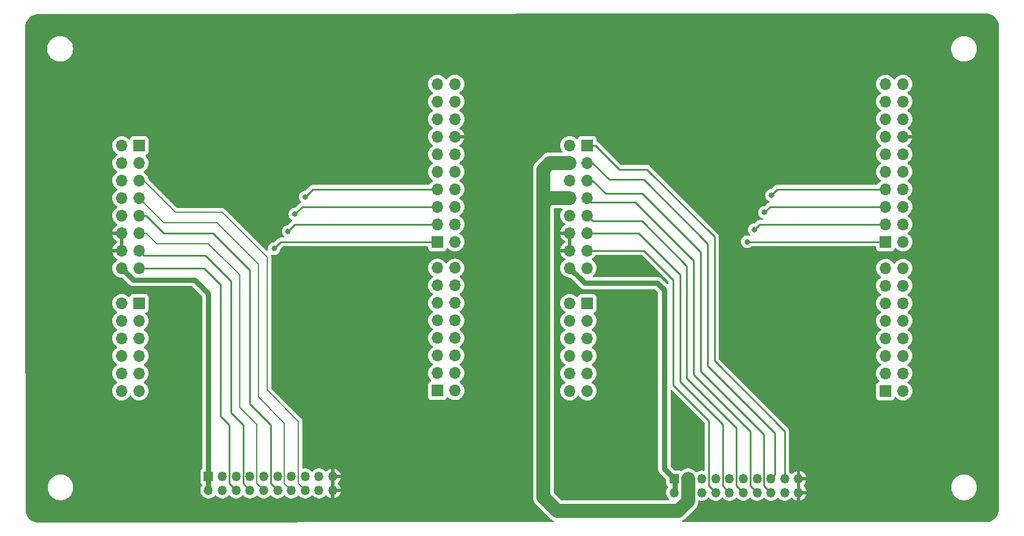
<source format=gbr>
%TF.GenerationSoftware,KiCad,Pcbnew,8.0.8*%
%TF.CreationDate,2025-10-28T14:51:58+08:00*%
%TF.ProjectId,adaptor_dual_LVPMSM,61646170-746f-4725-9f64-75616c5f4c56,rev?*%
%TF.SameCoordinates,Original*%
%TF.FileFunction,Copper,L1,Top*%
%TF.FilePolarity,Positive*%
%FSLAX46Y46*%
G04 Gerber Fmt 4.6, Leading zero omitted, Abs format (unit mm)*
G04 Created by KiCad (PCBNEW 8.0.8) date 2025-10-28 14:51:58*
%MOMM*%
%LPD*%
G01*
G04 APERTURE LIST*
%TA.AperFunction,ComponentPad*%
%ADD10R,1.700000X1.700000*%
%TD*%
%TA.AperFunction,ComponentPad*%
%ADD11O,1.700000X1.700000*%
%TD*%
%TA.AperFunction,ComponentPad*%
%ADD12R,1.350000X1.350000*%
%TD*%
%TA.AperFunction,ComponentPad*%
%ADD13O,1.350000X1.350000*%
%TD*%
%TA.AperFunction,ViaPad*%
%ADD14C,0.800000*%
%TD*%
%TA.AperFunction,Conductor*%
%ADD15C,0.250000*%
%TD*%
%TA.AperFunction,Conductor*%
%ADD16C,0.800000*%
%TD*%
%TA.AperFunction,Conductor*%
%ADD17C,0.200000*%
%TD*%
%TA.AperFunction,Conductor*%
%ADD18C,2.000000*%
%TD*%
G04 APERTURE END LIST*
D10*
%TO.P,J4_M2,1,Pin_1*%
%TO.N,unconnected-(J4_M2-Pin_1-Pad1)*%
X151119600Y-67873400D03*
D11*
%TO.P,J4_M2,2,Pin_2*%
%TO.N,unconnected-(J4_M2-Pin_2-Pad2)*%
X148579600Y-67873400D03*
%TO.P,J4_M2,3,Pin_3*%
%TO.N,unconnected-(J4_M2-Pin_3-Pad3)*%
X151119600Y-70413400D03*
%TO.P,J4_M2,4,Pin_4*%
%TO.N,unconnected-(J4_M2-Pin_4-Pad4)*%
X148579600Y-70413400D03*
%TO.P,J4_M2,5,Pin_5*%
%TO.N,unconnected-(J4_M2-Pin_5-Pad5)*%
X151119600Y-72953400D03*
%TO.P,J4_M2,6,Pin_6*%
%TO.N,unconnected-(J4_M2-Pin_6-Pad6)*%
X148579600Y-72953400D03*
%TO.P,J4_M2,7,Pin_7*%
%TO.N,unconnected-(J4_M2-Pin_7-Pad7)*%
X151119600Y-75493400D03*
%TO.P,J4_M2,8,Pin_8*%
%TO.N,unconnected-(J4_M2-Pin_8-Pad8)*%
X148579600Y-75493400D03*
%TO.P,J4_M2,9,Pin_9*%
%TO.N,unconnected-(J4_M2-Pin_9-Pad9)*%
X151119600Y-78033400D03*
%TO.P,J4_M2,10,Pin_10*%
%TO.N,unconnected-(J4_M2-Pin_10-Pad10)*%
X148579600Y-78033400D03*
%TO.P,J4_M2,11,Pin_11*%
%TO.N,unconnected-(J4_M2-Pin_11-Pad11)*%
X151119600Y-80573400D03*
%TO.P,J4_M2,12,Pin_12*%
%TO.N,unconnected-(J4_M2-Pin_12-Pad12)*%
X148579600Y-80573400D03*
%TD*%
D10*
%TO.P,J3_M2,1,Pin_1*%
%TO.N,ENC_B_M2*%
X151128000Y-44997000D03*
D11*
%TO.P,J3_M2,2,Pin_2*%
%TO.N,unconnected-(J3_M2-Pin_2-Pad2)*%
X148588000Y-44997000D03*
%TO.P,J3_M2,3,Pin_3*%
%TO.N,ENC_A_M2*%
X151128000Y-47537000D03*
%TO.P,J3_M2,4,Pin_4*%
%TO.N,+3V3*%
X148588000Y-47537000D03*
%TO.P,J3_M2,5,Pin_5*%
%TO.N,M2_PWM_B2*%
X151128000Y-50077000D03*
%TO.P,J3_M2,6,Pin_6*%
%TO.N,unconnected-(J3_M2-Pin_6-Pad6)*%
X148588000Y-50077000D03*
%TO.P,J3_M2,7,Pin_7*%
%TO.N,M2_PWM_A2*%
X151128000Y-52617000D03*
%TO.P,J3_M2,8,Pin_8*%
%TO.N,+3V3*%
X148588000Y-52617000D03*
%TO.P,J3_M2,9,Pin_9*%
%TO.N,M2_PWM_B1*%
X151128000Y-55157000D03*
%TO.P,J3_M2,10,Pin_10*%
%TO.N,unconnected-(J3_M2-Pin_10-Pad10)*%
X148588000Y-55157000D03*
%TO.P,J3_M2,11,Pin_11*%
%TO.N,M2_PWM_A1*%
X151128000Y-57697000D03*
%TO.P,J3_M2,12,Pin_12*%
%TO.N,GND*%
X148588000Y-57697000D03*
%TO.P,J3_M2,13,Pin_13*%
%TO.N,M2_PWM_B0*%
X151128000Y-60237000D03*
%TO.P,J3_M2,14,Pin_14*%
%TO.N,GND*%
X148588000Y-60237000D03*
%TO.P,J3_M2,15,Pin_15*%
%TO.N,M2_PWM_A0*%
X151128000Y-62777000D03*
%TO.P,J3_M2,16,Pin_16*%
%TO.N,5V_M2*%
X148588000Y-62777000D03*
%TD*%
D12*
%TO.P,J2,1,Pin_1*%
%TO.N,5V_M3*%
X96288800Y-92963400D03*
D13*
%TO.P,J2,2,Pin_2*%
X96288800Y-94963400D03*
%TO.P,J2,3,Pin_3*%
%TO.N,+3V3*%
X98288800Y-92963400D03*
%TO.P,J2,4,Pin_4*%
X98288800Y-94963400D03*
%TO.P,J2,5,Pin_5*%
%TO.N,BEMF_A_M3*%
X100288800Y-92963400D03*
%TO.P,J2,6,Pin_6*%
%TO.N,M3_PWM_A0*%
X100288800Y-94963400D03*
%TO.P,J2,7,Pin_7*%
%TO.N,BEMF_B_M3*%
X102288800Y-92963400D03*
%TO.P,J2,8,Pin_8*%
%TO.N,M3_PWM_B0*%
X102288800Y-94963400D03*
%TO.P,J2,9,Pin_9*%
%TO.N,BEMF_C_M3*%
X104288800Y-92963400D03*
%TO.P,J2,10,Pin_10*%
%TO.N,M3_PWM_A1*%
X104288800Y-94963400D03*
%TO.P,J2,11,Pin_11*%
%TO.N,VOLT_DCB_M3*%
X106288800Y-92963400D03*
%TO.P,J2,12,Pin_12*%
%TO.N,M3_PWM_B1*%
X106288800Y-94963400D03*
%TO.P,J2,13,Pin_13*%
%TO.N,CUR_DCB_M3*%
X108288800Y-92963400D03*
%TO.P,J2,14,Pin_14*%
%TO.N,M3_PWM_A2*%
X108288800Y-94963400D03*
%TO.P,J2,15,Pin_15*%
%TO.N,unconnected-(J2-Pin_15-Pad15)*%
X110288800Y-92963400D03*
%TO.P,J2,16,Pin_16*%
%TO.N,M3_PWM_B2*%
X110288800Y-94963400D03*
%TO.P,J2,17,Pin_17*%
%TO.N,unconnected-(J2-Pin_17-Pad17)*%
X112288800Y-92963400D03*
%TO.P,J2,18,Pin_18*%
%TO.N,unconnected-(J2-Pin_18-Pad18)*%
X112288800Y-94963400D03*
%TO.P,J2,19,Pin_19*%
%TO.N,GND*%
X114288800Y-92963400D03*
%TO.P,J2,20,Pin_20*%
X114288800Y-94963400D03*
%TD*%
D10*
%TO.P,J4_M1,1,Pin_1*%
%TO.N,unconnected-(J4_M1-Pin_1-Pad1)*%
X86253000Y-67872000D03*
D11*
%TO.P,J4_M1,2,Pin_2*%
%TO.N,unconnected-(J4_M1-Pin_2-Pad2)*%
X83713000Y-67872000D03*
%TO.P,J4_M1,3,Pin_3*%
%TO.N,unconnected-(J4_M1-Pin_3-Pad3)*%
X86253000Y-70412000D03*
%TO.P,J4_M1,4,Pin_4*%
%TO.N,unconnected-(J4_M1-Pin_4-Pad4)*%
X83713000Y-70412000D03*
%TO.P,J4_M1,5,Pin_5*%
%TO.N,unconnected-(J4_M1-Pin_5-Pad5)*%
X86253000Y-72952000D03*
%TO.P,J4_M1,6,Pin_6*%
%TO.N,unconnected-(J4_M1-Pin_6-Pad6)*%
X83713000Y-72952000D03*
%TO.P,J4_M1,7,Pin_7*%
%TO.N,unconnected-(J4_M1-Pin_7-Pad7)*%
X86253000Y-75492000D03*
%TO.P,J4_M1,8,Pin_8*%
%TO.N,unconnected-(J4_M1-Pin_8-Pad8)*%
X83713000Y-75492000D03*
%TO.P,J4_M1,9,Pin_9*%
%TO.N,unconnected-(J4_M1-Pin_9-Pad9)*%
X86253000Y-78032000D03*
%TO.P,J4_M1,10,Pin_10*%
%TO.N,unconnected-(J4_M1-Pin_10-Pad10)*%
X83713000Y-78032000D03*
%TO.P,J4_M1,11,Pin_11*%
%TO.N,unconnected-(J4_M1-Pin_11-Pad11)*%
X86253000Y-80572000D03*
%TO.P,J4_M1,12,Pin_12*%
%TO.N,unconnected-(J4_M1-Pin_12-Pad12)*%
X83713000Y-80572000D03*
%TD*%
D10*
%TO.P,J2_M1,1,Pin_1*%
%TO.N,BEMF_A_M3*%
X129428000Y-58983400D03*
D11*
%TO.P,J2_M1,2,Pin_2*%
%TO.N,unconnected-(J2_M1-Pin_2-Pad2)*%
X131968000Y-58983400D03*
%TO.P,J2_M1,3,Pin_3*%
%TO.N,BEMF_B_M3*%
X129428000Y-56443400D03*
%TO.P,J2_M1,4,Pin_4*%
%TO.N,unconnected-(J2_M1-Pin_4-Pad4)*%
X131968000Y-56443400D03*
%TO.P,J2_M1,5,Pin_5*%
%TO.N,BEMF_C_M3*%
X129428000Y-53903400D03*
%TO.P,J2_M1,6,Pin_6*%
%TO.N,unconnected-(J2_M1-Pin_6-Pad6)*%
X131968000Y-53903400D03*
%TO.P,J2_M1,7,Pin_7*%
%TO.N,VOLT_DCB_M3*%
X129428000Y-51363400D03*
%TO.P,J2_M1,8,Pin_8*%
%TO.N,unconnected-(J2_M1-Pin_8-Pad8)*%
X131968000Y-51363400D03*
%TO.P,J2_M1,9,Pin_9*%
%TO.N,CUR_DCB_M3*%
X129428000Y-48823400D03*
%TO.P,J2_M1,10,Pin_10*%
%TO.N,unconnected-(J2_M1-Pin_10-Pad10)*%
X131968000Y-48823400D03*
%TO.P,J2_M1,11,Pin_11*%
%TO.N,unconnected-(J2_M1-Pin_11-Pad11)*%
X129428000Y-46283400D03*
%TO.P,J2_M1,12,Pin_12*%
%TO.N,unconnected-(J2_M1-Pin_12-Pad12)*%
X131968000Y-46283400D03*
%TO.P,J2_M1,13,Pin_13*%
%TO.N,unconnected-(J2_M1-Pin_13-Pad13)*%
X129428000Y-43743400D03*
%TO.P,J2_M1,14,Pin_14*%
%TO.N,GND*%
X131968000Y-43743400D03*
%TO.P,J2_M1,15,Pin_15*%
%TO.N,unconnected-(J2_M1-Pin_15-Pad15)*%
X129428000Y-41203400D03*
%TO.P,J2_M1,16,Pin_16*%
%TO.N,unconnected-(J2_M1-Pin_16-Pad16)*%
X131968000Y-41203400D03*
%TO.P,J2_M1,17,Pin_17*%
%TO.N,unconnected-(J2_M1-Pin_17-Pad17)*%
X129428000Y-38663400D03*
%TO.P,J2_M1,18,Pin_18*%
%TO.N,unconnected-(J2_M1-Pin_18-Pad18)*%
X131968000Y-38663400D03*
%TO.P,J2_M1,19,Pin_19*%
%TO.N,unconnected-(J2_M1-Pin_19-Pad19)*%
X129428000Y-36123400D03*
%TO.P,J2_M1,20,Pin_20*%
%TO.N,unconnected-(J2_M1-Pin_20-Pad20)*%
X131968000Y-36123400D03*
%TD*%
D12*
%TO.P,J1,1,Pin_1*%
%TO.N,5V_M2*%
X163718000Y-93305400D03*
D13*
%TO.P,J1,2,Pin_2*%
X163718000Y-95305400D03*
%TO.P,J1,3,Pin_3*%
%TO.N,+3V3*%
X165718000Y-93305400D03*
%TO.P,J1,4,Pin_4*%
X165718000Y-95305400D03*
%TO.P,J1,5,Pin_5*%
%TO.N,BEMF_A_M2*%
X167718000Y-93305400D03*
%TO.P,J1,6,Pin_6*%
%TO.N,M2_PWM_A0*%
X167718000Y-95305400D03*
%TO.P,J1,7,Pin_7*%
%TO.N,BEMF_B_M2*%
X169718000Y-93305400D03*
%TO.P,J1,8,Pin_8*%
%TO.N,M2_PWM_B0*%
X169718000Y-95305400D03*
%TO.P,J1,9,Pin_9*%
%TO.N,BEMF_C_M2*%
X171718000Y-93305400D03*
%TO.P,J1,10,Pin_10*%
%TO.N,M2_PWM_A1*%
X171718000Y-95305400D03*
%TO.P,J1,11,Pin_11*%
%TO.N,VOLT_DCB_M2*%
X173718000Y-93305400D03*
%TO.P,J1,12,Pin_12*%
%TO.N,M2_PWM_B1*%
X173718000Y-95305400D03*
%TO.P,J1,13,Pin_13*%
%TO.N,CUR_DCB_M2*%
X175718000Y-93305400D03*
%TO.P,J1,14,Pin_14*%
%TO.N,M2_PWM_A2*%
X175718000Y-95305400D03*
%TO.P,J1,15,Pin_15*%
%TO.N,ENC_A_M2*%
X177718000Y-93305400D03*
%TO.P,J1,16,Pin_16*%
%TO.N,M2_PWM_B2*%
X177718000Y-95305400D03*
%TO.P,J1,17,Pin_17*%
%TO.N,ENC_B_M2*%
X179718000Y-93305400D03*
%TO.P,J1,18,Pin_18*%
%TO.N,ENC_I_M2*%
X179718000Y-95305400D03*
%TO.P,J1,19,Pin_19*%
%TO.N,GND*%
X181718000Y-93305400D03*
%TO.P,J1,20,Pin_20*%
X181718000Y-95305400D03*
%TD*%
D10*
%TO.P,J1_M1,1,Pin_1*%
%TO.N,unconnected-(J1_M1-Pin_1-Pad1)*%
X129453400Y-80548000D03*
D11*
%TO.P,J1_M1,2,Pin_2*%
%TO.N,unconnected-(J1_M1-Pin_2-Pad2)*%
X131993400Y-80548000D03*
%TO.P,J1_M1,3,Pin_3*%
%TO.N,unconnected-(J1_M1-Pin_3-Pad3)*%
X129453400Y-78008000D03*
%TO.P,J1_M1,4,Pin_4*%
%TO.N,unconnected-(J1_M1-Pin_4-Pad4)*%
X131993400Y-78008000D03*
%TO.P,J1_M1,5,Pin_5*%
%TO.N,unconnected-(J1_M1-Pin_5-Pad5)*%
X129453400Y-75468000D03*
%TO.P,J1_M1,6,Pin_6*%
%TO.N,unconnected-(J1_M1-Pin_6-Pad6)*%
X131993400Y-75468000D03*
%TO.P,J1_M1,7,Pin_7*%
%TO.N,unconnected-(J1_M1-Pin_7-Pad7)*%
X129453400Y-72928000D03*
%TO.P,J1_M1,8,Pin_8*%
%TO.N,unconnected-(J1_M1-Pin_8-Pad8)*%
X131993400Y-72928000D03*
%TO.P,J1_M1,9,Pin_9*%
%TO.N,unconnected-(J1_M1-Pin_9-Pad9)*%
X129453400Y-70388000D03*
%TO.P,J1_M1,10,Pin_10*%
%TO.N,unconnected-(J1_M1-Pin_10-Pad10)*%
X131993400Y-70388000D03*
%TO.P,J1_M1,11,Pin_11*%
%TO.N,unconnected-(J1_M1-Pin_11-Pad11)*%
X129453400Y-67848000D03*
%TO.P,J1_M1,12,Pin_12*%
%TO.N,unconnected-(J1_M1-Pin_12-Pad12)*%
X131993400Y-67848000D03*
%TO.P,J1_M1,13,Pin_13*%
%TO.N,unconnected-(J1_M1-Pin_13-Pad13)*%
X129453400Y-65308000D03*
%TO.P,J1_M1,14,Pin_14*%
%TO.N,unconnected-(J1_M1-Pin_14-Pad14)*%
X131993400Y-65308000D03*
%TO.P,J1_M1,15,Pin_15*%
%TO.N,unconnected-(J1_M1-Pin_15-Pad15)*%
X129453400Y-62768000D03*
%TO.P,J1_M1,16,Pin_16*%
%TO.N,unconnected-(J1_M1-Pin_16-Pad16)*%
X131993400Y-62768000D03*
%TD*%
D10*
%TO.P,J3_M1,1,Pin_1*%
%TO.N,unconnected-(J3_M1-Pin_1-Pad1)*%
X86268000Y-45027000D03*
D11*
%TO.P,J3_M1,2,Pin_2*%
%TO.N,unconnected-(J3_M1-Pin_2-Pad2)*%
X83728000Y-45027000D03*
%TO.P,J3_M1,3,Pin_3*%
%TO.N,unconnected-(J3_M1-Pin_3-Pad3)*%
X86268000Y-47567000D03*
%TO.P,J3_M1,4,Pin_4*%
%TO.N,+3V3*%
X83728000Y-47567000D03*
%TO.P,J3_M1,5,Pin_5*%
%TO.N,M3_PWM_B2*%
X86268000Y-50107000D03*
%TO.P,J3_M1,6,Pin_6*%
%TO.N,unconnected-(J3_M1-Pin_6-Pad6)*%
X83728000Y-50107000D03*
%TO.P,J3_M1,7,Pin_7*%
%TO.N,M3_PWM_A2*%
X86268000Y-52647000D03*
%TO.P,J3_M1,8,Pin_8*%
%TO.N,+3V3*%
X83728000Y-52647000D03*
%TO.P,J3_M1,9,Pin_9*%
%TO.N,M3_PWM_B1*%
X86268000Y-55187000D03*
%TO.P,J3_M1,10,Pin_10*%
%TO.N,unconnected-(J3_M1-Pin_10-Pad10)*%
X83728000Y-55187000D03*
%TO.P,J3_M1,11,Pin_11*%
%TO.N,M3_PWM_A1*%
X86268000Y-57727000D03*
%TO.P,J3_M1,12,Pin_12*%
%TO.N,GND*%
X83728000Y-57727000D03*
%TO.P,J3_M1,13,Pin_13*%
%TO.N,M3_PWM_B0*%
X86268000Y-60267000D03*
%TO.P,J3_M1,14,Pin_14*%
%TO.N,GND*%
X83728000Y-60267000D03*
%TO.P,J3_M1,15,Pin_15*%
%TO.N,M3_PWM_A0*%
X86268000Y-62807000D03*
%TO.P,J3_M1,16,Pin_16*%
%TO.N,5V_M3*%
X83728000Y-62807000D03*
%TD*%
D10*
%TO.P,J2_M2,1,Pin_1*%
%TO.N,BEMF_A_M2*%
X194299600Y-58983400D03*
D11*
%TO.P,J2_M2,2,Pin_2*%
%TO.N,unconnected-(J2_M2-Pin_2-Pad2)*%
X196839600Y-58983400D03*
%TO.P,J2_M2,3,Pin_3*%
%TO.N,BEMF_B_M2*%
X194299600Y-56443400D03*
%TO.P,J2_M2,4,Pin_4*%
%TO.N,unconnected-(J2_M2-Pin_4-Pad4)*%
X196839600Y-56443400D03*
%TO.P,J2_M2,5,Pin_5*%
%TO.N,BEMF_C_M2*%
X194299600Y-53903400D03*
%TO.P,J2_M2,6,Pin_6*%
%TO.N,unconnected-(J2_M2-Pin_6-Pad6)*%
X196839600Y-53903400D03*
%TO.P,J2_M2,7,Pin_7*%
%TO.N,VOLT_DCB_M2*%
X194299600Y-51363400D03*
%TO.P,J2_M2,8,Pin_8*%
%TO.N,unconnected-(J2_M2-Pin_8-Pad8)*%
X196839600Y-51363400D03*
%TO.P,J2_M2,9,Pin_9*%
%TO.N,CUR_DCB_M2*%
X194299600Y-48823400D03*
%TO.P,J2_M2,10,Pin_10*%
%TO.N,unconnected-(J2_M2-Pin_10-Pad10)*%
X196839600Y-48823400D03*
%TO.P,J2_M2,11,Pin_11*%
%TO.N,unconnected-(J2_M2-Pin_11-Pad11)*%
X194299600Y-46283400D03*
%TO.P,J2_M2,12,Pin_12*%
%TO.N,unconnected-(J2_M2-Pin_12-Pad12)*%
X196839600Y-46283400D03*
%TO.P,J2_M2,13,Pin_13*%
%TO.N,unconnected-(J2_M2-Pin_13-Pad13)*%
X194299600Y-43743400D03*
%TO.P,J2_M2,14,Pin_14*%
%TO.N,GND*%
X196839600Y-43743400D03*
%TO.P,J2_M2,15,Pin_15*%
%TO.N,unconnected-(J2_M2-Pin_15-Pad15)*%
X194299600Y-41203400D03*
%TO.P,J2_M2,16,Pin_16*%
%TO.N,unconnected-(J2_M2-Pin_16-Pad16)*%
X196839600Y-41203400D03*
%TO.P,J2_M2,17,Pin_17*%
%TO.N,unconnected-(J2_M2-Pin_17-Pad17)*%
X194299600Y-38663400D03*
%TO.P,J2_M2,18,Pin_18*%
%TO.N,unconnected-(J2_M2-Pin_18-Pad18)*%
X196839600Y-38663400D03*
%TO.P,J2_M2,19,Pin_19*%
%TO.N,unconnected-(J2_M2-Pin_19-Pad19)*%
X194299600Y-36123400D03*
%TO.P,J2_M2,20,Pin_20*%
%TO.N,unconnected-(J2_M2-Pin_20-Pad20)*%
X196839600Y-36123400D03*
%TD*%
D10*
%TO.P,J1_M2,1,Pin_1*%
%TO.N,unconnected-(J1_M2-Pin_1-Pad1)*%
X194299600Y-80573400D03*
D11*
%TO.P,J1_M2,2,Pin_2*%
%TO.N,unconnected-(J1_M2-Pin_2-Pad2)*%
X196839600Y-80573400D03*
%TO.P,J1_M2,3,Pin_3*%
%TO.N,ENC_I_M2*%
X194299600Y-78033400D03*
%TO.P,J1_M2,4,Pin_4*%
%TO.N,unconnected-(J1_M2-Pin_4-Pad4)*%
X196839600Y-78033400D03*
%TO.P,J1_M2,5,Pin_5*%
%TO.N,unconnected-(J1_M2-Pin_5-Pad5)*%
X194299600Y-75493400D03*
%TO.P,J1_M2,6,Pin_6*%
%TO.N,unconnected-(J1_M2-Pin_6-Pad6)*%
X196839600Y-75493400D03*
%TO.P,J1_M2,7,Pin_7*%
%TO.N,unconnected-(J1_M2-Pin_7-Pad7)*%
X194299600Y-72953400D03*
%TO.P,J1_M2,8,Pin_8*%
%TO.N,unconnected-(J1_M2-Pin_8-Pad8)*%
X196839600Y-72953400D03*
%TO.P,J1_M2,9,Pin_9*%
%TO.N,unconnected-(J1_M2-Pin_9-Pad9)*%
X194299600Y-70413400D03*
%TO.P,J1_M2,10,Pin_10*%
%TO.N,unconnected-(J1_M2-Pin_10-Pad10)*%
X196839600Y-70413400D03*
%TO.P,J1_M2,11,Pin_11*%
%TO.N,unconnected-(J1_M2-Pin_11-Pad11)*%
X194299600Y-67873400D03*
%TO.P,J1_M2,12,Pin_12*%
%TO.N,unconnected-(J1_M2-Pin_12-Pad12)*%
X196839600Y-67873400D03*
%TO.P,J1_M2,13,Pin_13*%
%TO.N,unconnected-(J1_M2-Pin_13-Pad13)*%
X194299600Y-65333400D03*
%TO.P,J1_M2,14,Pin_14*%
%TO.N,unconnected-(J1_M2-Pin_14-Pad14)*%
X196839600Y-65333400D03*
%TO.P,J1_M2,15,Pin_15*%
%TO.N,unconnected-(J1_M2-Pin_15-Pad15)*%
X194299600Y-62793400D03*
%TO.P,J1_M2,16,Pin_16*%
%TO.N,unconnected-(J1_M2-Pin_16-Pad16)*%
X196839600Y-62793400D03*
%TD*%
D14*
%TO.N,GND*%
X119288800Y-77963400D03*
X158788800Y-63502000D03*
X163288800Y-44963400D03*
X119288800Y-64463400D03*
X117788800Y-45463400D03*
X188788800Y-73963400D03*
X189288800Y-44963400D03*
X184788800Y-44963400D03*
X171788800Y-44963400D03*
X119288800Y-89963400D03*
X124288800Y-64463400D03*
X100288800Y-45463400D03*
X119288800Y-70463400D03*
X156288800Y-61713400D03*
X91788800Y-92463400D03*
X105288800Y-45463400D03*
X183288800Y-63963400D03*
X188788800Y-64463400D03*
X95288800Y-49963400D03*
X91788800Y-68963400D03*
X157288800Y-70463400D03*
X124288800Y-70463400D03*
X100288800Y-49963400D03*
X91788800Y-86463400D03*
X84788800Y-86463400D03*
X124288800Y-77963400D03*
X157288800Y-75963400D03*
X156538800Y-63502000D03*
X188788800Y-69463400D03*
X91788800Y-74463400D03*
X87288800Y-92463400D03*
X180788800Y-44963400D03*
X189788800Y-91963400D03*
X167788800Y-44963400D03*
X183288800Y-75963400D03*
X157288800Y-87463400D03*
X124288800Y-89963400D03*
X158788800Y-44963400D03*
X95288800Y-45463400D03*
X175788800Y-44963400D03*
X91788800Y-80463400D03*
X119288800Y-83963400D03*
X164038800Y-82463400D03*
X157288800Y-81963400D03*
X122788800Y-45463400D03*
X166038800Y-84713400D03*
X124288800Y-83963400D03*
X189788800Y-83463400D03*
X105288800Y-49963400D03*
X183288800Y-69963400D03*
X158788800Y-61713400D03*
X112788800Y-45463400D03*
%TO.N,BEMF_B_M2*%
X175288800Y-57213400D03*
%TO.N,VOLT_DCB_M2*%
X177788800Y-52213400D03*
%TO.N,BEMF_C_M2*%
X176788800Y-54713400D03*
%TO.N,BEMF_A_M2*%
X174288800Y-58963400D03*
%TO.N,+3V3*%
X144288800Y-48463400D03*
X145538800Y-47713400D03*
%TO.N,VOLT_DCB_M3*%
X110288800Y-52463400D03*
%TO.N,BEMF_B_M3*%
X107788800Y-57463400D03*
%TO.N,BEMF_C_M3*%
X108788800Y-54963400D03*
%TO.N,BEMF_A_M3*%
X105788800Y-59963400D03*
%TD*%
D15*
%TO.N,5V_M2*%
X150274400Y-64463400D02*
X150288800Y-64463400D01*
D16*
X163788800Y-93376200D02*
X162288800Y-91876200D01*
X163788800Y-95463400D02*
X163788800Y-93376200D01*
D15*
X148588000Y-62777000D02*
X150274400Y-64463400D01*
D16*
X162288800Y-91876200D02*
X162288800Y-65963400D01*
D15*
X163718000Y-95305400D02*
X163718000Y-95392600D01*
D16*
X161288800Y-64963400D02*
X150774400Y-64963400D01*
X150774400Y-64963400D02*
X148588000Y-62777000D01*
X162288800Y-65963400D02*
X161288800Y-64963400D01*
D15*
X150288800Y-64463400D02*
X150788800Y-64963400D01*
X163718000Y-95392600D02*
X163788800Y-95463400D01*
%TO.N,M2_PWM_B0*%
X163538800Y-79713400D02*
X163538800Y-64463400D01*
X163538800Y-64463400D02*
X159312400Y-60237000D01*
X169718000Y-95305400D02*
X168718000Y-94305400D01*
X168718000Y-94305400D02*
X168718000Y-84892600D01*
X168718000Y-84892600D02*
X163538800Y-79713400D01*
D17*
X151128000Y-60237000D02*
X151128000Y-60197000D01*
D15*
X159312400Y-60237000D02*
X151128000Y-60237000D01*
%TO.N,M2_PWM_B1*%
X165538800Y-78713400D02*
X165538800Y-62463400D01*
X173718000Y-95305400D02*
X172718000Y-94305400D01*
X172718000Y-85892600D02*
X165538800Y-78713400D01*
X151934400Y-55963400D02*
X151128000Y-55157000D01*
X159038800Y-55963400D02*
X151934400Y-55963400D01*
X165538800Y-62463400D02*
X159038800Y-55963400D01*
X172718000Y-94305400D02*
X172718000Y-85892600D01*
%TO.N,M2_PWM_A1*%
X170718000Y-85392600D02*
X164538800Y-79213400D01*
X151144400Y-57713400D02*
X151128000Y-57697000D01*
X170718000Y-94305400D02*
X170718000Y-85392600D01*
X158538800Y-57713400D02*
X151144400Y-57713400D01*
X164538800Y-63713400D02*
X158538800Y-57713400D01*
D17*
X151128000Y-57697000D02*
X151238000Y-57807000D01*
D15*
X164538800Y-79213400D02*
X164538800Y-63713400D01*
X171718000Y-95305400D02*
X170718000Y-94305400D01*
%TO.N,M2_PWM_B2*%
X176718000Y-86892600D02*
X167538800Y-77713400D01*
X167538800Y-60463400D02*
X159038800Y-51963400D01*
X159038800Y-51963400D02*
X153788800Y-51963400D01*
D17*
X151218000Y-50077000D02*
X151128000Y-50077000D01*
D15*
X167538800Y-77713400D02*
X167538800Y-60463400D01*
X151902400Y-50077000D02*
X151128000Y-50077000D01*
X177718000Y-95305400D02*
X176718000Y-94305400D01*
X153788800Y-51963400D02*
X151902400Y-50077000D01*
D17*
X151238000Y-50057000D02*
X151218000Y-50077000D01*
D15*
X176718000Y-94305400D02*
X176718000Y-86892600D01*
%TO.N,M2_PWM_A2*%
X175718000Y-95305400D02*
X174718000Y-94305400D01*
X151724400Y-53213400D02*
X151128000Y-52617000D01*
X166538800Y-61713400D02*
X158038800Y-53213400D01*
X174718000Y-86392600D02*
X166538800Y-78213400D01*
X158038800Y-53213400D02*
X151724400Y-53213400D01*
X166538800Y-78213400D02*
X166538800Y-61713400D01*
X174718000Y-94305400D02*
X174718000Y-86392600D01*
%TO.N,BEMF_B_M2*%
X175288800Y-57213400D02*
X176058800Y-56443400D01*
X176058800Y-56443400D02*
X194299600Y-56443400D01*
%TO.N,VOLT_DCB_M2*%
X177788800Y-52213400D02*
X178638800Y-51363400D01*
X178638800Y-51363400D02*
X194299600Y-51363400D01*
%TO.N,BEMF_C_M2*%
X177598800Y-53903400D02*
X194299600Y-53903400D01*
X176788800Y-54713400D02*
X177598800Y-53903400D01*
%TO.N,BEMF_A_M2*%
X174288800Y-58963400D02*
X174308800Y-58983400D01*
X174308800Y-58983400D02*
X194299600Y-58983400D01*
D18*
%TO.N,+3V3*%
X165718000Y-93305400D02*
X165718000Y-96534200D01*
X164288800Y-97963400D02*
X146788800Y-97963400D01*
X165718000Y-96534200D02*
X164288800Y-97963400D01*
X144788800Y-95963400D02*
X144788800Y-53463400D01*
X145538800Y-47713400D02*
X145715200Y-47537000D01*
X145715200Y-47537000D02*
X148588000Y-47537000D01*
X144788800Y-53463400D02*
X144788800Y-48463400D01*
X145635200Y-52617000D02*
X148588000Y-52617000D01*
X144788800Y-48463400D02*
X145538800Y-47713400D01*
X146788800Y-97963400D02*
X144788800Y-95963400D01*
X144788800Y-53463400D02*
X145635200Y-52617000D01*
D15*
%TO.N,ENC_B_M2*%
X169538800Y-58213400D02*
X159788800Y-48463400D01*
X159788800Y-48463400D02*
X155788800Y-48463400D01*
X179718000Y-93305400D02*
X179718000Y-86392600D01*
X151128000Y-44997000D02*
X151128000Y-45302600D01*
X152322400Y-44997000D02*
X151128000Y-44997000D01*
X169538800Y-76213400D02*
X169538800Y-58213400D01*
X151128000Y-44997000D02*
X150822400Y-44997000D01*
X155788800Y-48463400D02*
X152322400Y-44997000D01*
X179718000Y-86392600D02*
X169538800Y-76213400D01*
X150822400Y-44997000D02*
X150788800Y-44963400D01*
%TO.N,ENC_A_M2*%
X178288800Y-92734600D02*
X178288800Y-86713400D01*
X154288800Y-49963400D02*
X151862400Y-47537000D01*
X159288800Y-49963400D02*
X154288800Y-49963400D01*
X177718000Y-93305400D02*
X177718000Y-93392600D01*
X177718000Y-93392600D02*
X177788800Y-93463400D01*
X177718000Y-93305400D02*
X178288800Y-92734600D01*
X151862400Y-47537000D02*
X151128000Y-47537000D01*
X168538800Y-76963400D02*
X168538800Y-59213400D01*
X168538800Y-59213400D02*
X159288800Y-49963400D01*
X178288800Y-86713400D02*
X168538800Y-76963400D01*
D16*
%TO.N,5V_M3*%
X94288800Y-64463400D02*
X85384400Y-64463400D01*
X96288800Y-94963400D02*
X96288800Y-66463400D01*
X85384400Y-64463400D02*
X83728000Y-62807000D01*
X96288800Y-66463400D02*
X94288800Y-64463400D01*
D15*
%TO.N,VOLT_DCB_M3*%
X111388800Y-51363400D02*
X129428000Y-51363400D01*
X110288800Y-52463400D02*
X111388800Y-51363400D01*
%TO.N,BEMF_B_M3*%
X108788800Y-56463400D02*
X129408000Y-56463400D01*
X107788800Y-57463400D02*
X108788800Y-56463400D01*
X129408000Y-56463400D02*
X129428000Y-56443400D01*
%TO.N,BEMF_C_M3*%
X108788800Y-54963400D02*
X109848800Y-53903400D01*
X109848800Y-53903400D02*
X129428000Y-53903400D01*
%TO.N,M3_PWM_B0*%
X99538800Y-83713400D02*
X101288800Y-85463400D01*
X101288800Y-93963400D02*
X102288800Y-94963400D01*
X99538800Y-64713400D02*
X99538800Y-83713400D01*
X86964400Y-60963400D02*
X95788800Y-60963400D01*
X95788800Y-60963400D02*
X99538800Y-64713400D01*
X101288800Y-85463400D02*
X101288800Y-93963400D01*
X86268000Y-60267000D02*
X86964400Y-60963400D01*
%TO.N,BEMF_A_M3*%
X106768800Y-58983400D02*
X105788800Y-59963400D01*
X129428000Y-58983400D02*
X106768800Y-58983400D01*
%TO.N,M3_PWM_A0*%
X98038800Y-84213400D02*
X98038800Y-65213400D01*
X86445200Y-62807000D02*
X86788800Y-62463400D01*
X95632400Y-62807000D02*
X86268000Y-62807000D01*
X100288800Y-94963400D02*
X99288800Y-93963400D01*
X99288800Y-93963400D02*
X99288800Y-85463400D01*
X98038800Y-65213400D02*
X95632400Y-62807000D01*
X99288800Y-85463400D02*
X98038800Y-84213400D01*
X86268000Y-62807000D02*
X86445200Y-62807000D01*
D17*
%TO.N,M3_PWM_A1*%
X103263800Y-85438400D02*
X103263800Y-93938400D01*
X86268000Y-57727000D02*
X87302400Y-57727000D01*
X100788800Y-63713400D02*
X100788800Y-82963400D01*
X88788800Y-59213400D02*
X96288800Y-59213400D01*
X87302400Y-57727000D02*
X88788800Y-59213400D01*
X100788800Y-82963400D02*
X103263800Y-85438400D01*
X103263800Y-93938400D02*
X104288800Y-94963400D01*
X96288800Y-59213400D02*
X100788800Y-63713400D01*
%TO.N,M3_PWM_A2*%
X86268000Y-52587000D02*
X86238000Y-52557000D01*
X89834400Y-56213400D02*
X97538800Y-56213400D01*
X107288800Y-93963400D02*
X108288800Y-94963400D01*
X97538800Y-56213400D02*
X103538800Y-62213400D01*
X103538800Y-81463400D02*
X107288800Y-85213400D01*
X86268000Y-52647000D02*
X86268000Y-52587000D01*
X86268000Y-52647000D02*
X89834400Y-56213400D01*
X107288800Y-85213400D02*
X107288800Y-93963400D01*
X103538800Y-62213400D02*
X103538800Y-81463400D01*
%TO.N,M3_PWM_B2*%
X91538800Y-54713400D02*
X98288800Y-54713400D01*
X86932400Y-50107000D02*
X91538800Y-54713400D01*
X98288800Y-54713400D02*
X104788800Y-61213400D01*
X86038000Y-50107000D02*
X86268000Y-50107000D01*
X104788800Y-80463400D02*
X109288800Y-84963400D01*
X86268000Y-50107000D02*
X86932400Y-50107000D01*
X109288800Y-84963400D02*
X109288800Y-93963400D01*
X85988000Y-50057000D02*
X86038000Y-50107000D01*
X104788800Y-61213400D02*
X104788800Y-80463400D01*
X109288800Y-93963400D02*
X110288800Y-94963400D01*
D15*
%TO.N,M3_PWM_B1*%
X105288800Y-85463400D02*
X105288800Y-93963400D01*
X102288800Y-82463400D02*
X105288800Y-85463400D01*
X102288800Y-63088400D02*
X102288800Y-82463400D01*
X89788800Y-57713400D02*
X96913800Y-57713400D01*
X105288800Y-93963400D02*
X106288800Y-94963400D01*
X96913800Y-57713400D02*
X102288800Y-63088400D01*
X87262400Y-55187000D02*
X89788800Y-57713400D01*
X86268000Y-55187000D02*
X87262400Y-55187000D01*
%TD*%
%TA.AperFunction,Conductor*%
%TO.N,GND*%
G36*
X114538800Y-94647714D02*
G01*
X114534406Y-94643320D01*
X114443194Y-94590659D01*
X114341461Y-94563400D01*
X114236139Y-94563400D01*
X114134406Y-94590659D01*
X114043194Y-94643320D01*
X114038800Y-94647714D01*
X114038800Y-93279086D01*
X114043194Y-93283480D01*
X114134406Y-93336141D01*
X114236139Y-93363400D01*
X114341461Y-93363400D01*
X114443194Y-93336141D01*
X114534406Y-93283480D01*
X114538800Y-93279086D01*
X114538800Y-94647714D01*
G37*
%TD.AperFunction*%
%TA.AperFunction,Conductor*%
G36*
X83978000Y-59833988D02*
G01*
X83920993Y-59801075D01*
X83793826Y-59767000D01*
X83662174Y-59767000D01*
X83535007Y-59801075D01*
X83478000Y-59833988D01*
X83478000Y-58160012D01*
X83535007Y-58192925D01*
X83662174Y-58227000D01*
X83793826Y-58227000D01*
X83920993Y-58192925D01*
X83978000Y-58160012D01*
X83978000Y-59833988D01*
G37*
%TD.AperFunction*%
%TA.AperFunction,Conductor*%
G36*
X208986008Y-25913001D02*
G01*
X209102512Y-25922826D01*
X209117469Y-25925013D01*
X209355478Y-25974796D01*
X209372077Y-25979495D01*
X209599849Y-26061507D01*
X209615651Y-26068475D01*
X209829810Y-26181338D01*
X209844493Y-26190437D01*
X210040878Y-26331957D01*
X210054154Y-26343007D01*
X210228969Y-26510445D01*
X210240581Y-26523233D01*
X210390440Y-26713349D01*
X210400162Y-26727626D01*
X210522139Y-26936705D01*
X210529784Y-26952195D01*
X210621530Y-27176214D01*
X210626947Y-27192615D01*
X210686937Y-27428246D01*
X210689768Y-27443105D01*
X210704265Y-27556426D01*
X210705267Y-27572155D01*
X210708000Y-88054824D01*
X210710677Y-97844869D01*
X210710233Y-97855386D01*
X210699673Y-97979847D01*
X210697216Y-97996031D01*
X210641469Y-98249185D01*
X210636131Y-98266962D01*
X210543620Y-98507919D01*
X210535689Y-98524701D01*
X210408246Y-98749150D01*
X210397899Y-98764560D01*
X210238378Y-98967475D01*
X210225846Y-98981168D01*
X210037823Y-99157998D01*
X210023393Y-99169662D01*
X209911900Y-99246744D01*
X209811084Y-99316443D01*
X209795069Y-99325826D01*
X209563221Y-99439274D01*
X209545984Y-99446161D01*
X209299812Y-99523726D01*
X209281742Y-99527963D01*
X209025637Y-99568089D01*
X209009348Y-99569550D01*
X208880632Y-99572566D01*
X208877765Y-99572600D01*
X164925881Y-99586029D01*
X164858835Y-99566365D01*
X164813064Y-99513575D01*
X164803100Y-99444419D01*
X164832105Y-99380855D01*
X164869549Y-99351544D01*
X165075232Y-99246744D01*
X165075231Y-99246744D01*
X165075234Y-99246743D01*
X165266310Y-99107917D01*
X166862517Y-97511710D01*
X167001343Y-97320634D01*
X167108568Y-97110192D01*
X167181553Y-96885568D01*
X167203051Y-96749834D01*
X167218500Y-96652297D01*
X167218500Y-96553537D01*
X167238185Y-96486498D01*
X167290989Y-96440743D01*
X167360147Y-96430799D01*
X167387294Y-96437911D01*
X167394931Y-96440870D01*
X167609074Y-96480900D01*
X167609076Y-96480900D01*
X167826924Y-96480900D01*
X167826926Y-96480900D01*
X168041069Y-96440870D01*
X168244210Y-96362172D01*
X168429432Y-96247488D01*
X168590427Y-96100722D01*
X168619047Y-96062822D01*
X168675153Y-96021187D01*
X168744865Y-96016494D01*
X168806048Y-96050236D01*
X168816946Y-96062814D01*
X168845573Y-96100722D01*
X169006568Y-96247488D01*
X169006575Y-96247492D01*
X169006576Y-96247493D01*
X169191786Y-96362170D01*
X169191792Y-96362173D01*
X169191960Y-96362238D01*
X169394931Y-96440870D01*
X169609074Y-96480900D01*
X169609076Y-96480900D01*
X169826924Y-96480900D01*
X169826926Y-96480900D01*
X170041069Y-96440870D01*
X170244210Y-96362172D01*
X170429432Y-96247488D01*
X170590427Y-96100722D01*
X170619047Y-96062822D01*
X170675153Y-96021187D01*
X170744865Y-96016494D01*
X170806048Y-96050236D01*
X170816946Y-96062814D01*
X170845573Y-96100722D01*
X171006568Y-96247488D01*
X171006575Y-96247492D01*
X171006576Y-96247493D01*
X171191786Y-96362170D01*
X171191792Y-96362173D01*
X171191960Y-96362238D01*
X171394931Y-96440870D01*
X171609074Y-96480900D01*
X171609076Y-96480900D01*
X171826924Y-96480900D01*
X171826926Y-96480900D01*
X172041069Y-96440870D01*
X172244210Y-96362172D01*
X172429432Y-96247488D01*
X172590427Y-96100722D01*
X172619047Y-96062822D01*
X172675153Y-96021187D01*
X172744865Y-96016494D01*
X172806048Y-96050236D01*
X172816946Y-96062814D01*
X172845573Y-96100722D01*
X173006568Y-96247488D01*
X173006575Y-96247492D01*
X173006576Y-96247493D01*
X173191786Y-96362170D01*
X173191792Y-96362173D01*
X173191960Y-96362238D01*
X173394931Y-96440870D01*
X173609074Y-96480900D01*
X173609076Y-96480900D01*
X173826924Y-96480900D01*
X173826926Y-96480900D01*
X174041069Y-96440870D01*
X174244210Y-96362172D01*
X174429432Y-96247488D01*
X174590427Y-96100722D01*
X174619047Y-96062822D01*
X174675153Y-96021187D01*
X174744865Y-96016494D01*
X174806048Y-96050236D01*
X174816946Y-96062814D01*
X174845573Y-96100722D01*
X175006568Y-96247488D01*
X175006575Y-96247492D01*
X175006576Y-96247493D01*
X175191786Y-96362170D01*
X175191792Y-96362173D01*
X175191960Y-96362238D01*
X175394931Y-96440870D01*
X175609074Y-96480900D01*
X175609076Y-96480900D01*
X175826924Y-96480900D01*
X175826926Y-96480900D01*
X176041069Y-96440870D01*
X176244210Y-96362172D01*
X176429432Y-96247488D01*
X176590427Y-96100722D01*
X176619047Y-96062822D01*
X176675153Y-96021187D01*
X176744865Y-96016494D01*
X176806048Y-96050236D01*
X176816946Y-96062814D01*
X176845573Y-96100722D01*
X177006568Y-96247488D01*
X177006575Y-96247492D01*
X177006576Y-96247493D01*
X177191786Y-96362170D01*
X177191792Y-96362173D01*
X177191960Y-96362238D01*
X177394931Y-96440870D01*
X177609074Y-96480900D01*
X177609076Y-96480900D01*
X177826924Y-96480900D01*
X177826926Y-96480900D01*
X178041069Y-96440870D01*
X178244210Y-96362172D01*
X178429432Y-96247488D01*
X178590427Y-96100722D01*
X178619047Y-96062822D01*
X178675153Y-96021187D01*
X178744865Y-96016494D01*
X178806048Y-96050236D01*
X178816946Y-96062814D01*
X178845573Y-96100722D01*
X179006568Y-96247488D01*
X179006575Y-96247492D01*
X179006576Y-96247493D01*
X179191786Y-96362170D01*
X179191792Y-96362173D01*
X179191960Y-96362238D01*
X179394931Y-96440870D01*
X179609074Y-96480900D01*
X179609076Y-96480900D01*
X179826924Y-96480900D01*
X179826926Y-96480900D01*
X180041069Y-96440870D01*
X180244210Y-96362172D01*
X180429432Y-96247488D01*
X180590427Y-96100722D01*
X180619359Y-96062409D01*
X180675465Y-96020773D01*
X180745177Y-96016080D01*
X180806360Y-96049821D01*
X180817267Y-96062409D01*
X180845942Y-96100381D01*
X180845949Y-96100389D01*
X181006868Y-96247085D01*
X181192012Y-96361722D01*
X181192023Y-96361727D01*
X181395060Y-96440384D01*
X181468000Y-96454019D01*
X181468000Y-95621086D01*
X181472394Y-95625480D01*
X181563606Y-95678141D01*
X181665339Y-95705400D01*
X181770661Y-95705400D01*
X181872394Y-95678141D01*
X181963606Y-95625480D01*
X181968000Y-95621086D01*
X181968000Y-96454019D01*
X182040939Y-96440384D01*
X182243976Y-96361727D01*
X182243987Y-96361722D01*
X182429130Y-96247085D01*
X182429131Y-96247085D01*
X182590054Y-96100385D01*
X182721284Y-95926608D01*
X182818348Y-95731680D01*
X182868505Y-95555400D01*
X182033686Y-95555400D01*
X182038080Y-95551006D01*
X182090741Y-95459794D01*
X182118000Y-95358061D01*
X182118000Y-95252739D01*
X182090741Y-95151006D01*
X182038080Y-95059794D01*
X182033686Y-95055400D01*
X182868505Y-95055400D01*
X182868505Y-95055399D01*
X182818348Y-94879119D01*
X182721284Y-94684191D01*
X182590056Y-94510417D01*
X182493188Y-94422111D01*
X203828300Y-94422111D01*
X203828300Y-94664688D01*
X203859961Y-94905185D01*
X203922747Y-95139504D01*
X203991463Y-95305399D01*
X204015576Y-95363612D01*
X204136864Y-95573689D01*
X204136866Y-95573692D01*
X204136867Y-95573693D01*
X204284533Y-95766136D01*
X204284539Y-95766143D01*
X204456056Y-95937660D01*
X204456063Y-95937666D01*
X204563585Y-96020170D01*
X204648511Y-96085336D01*
X204858588Y-96206624D01*
X205082700Y-96299454D01*
X205317011Y-96362238D01*
X205497386Y-96385984D01*
X205557511Y-96393900D01*
X205557512Y-96393900D01*
X205800089Y-96393900D01*
X205848188Y-96387567D01*
X206040589Y-96362238D01*
X206274900Y-96299454D01*
X206499012Y-96206624D01*
X206709089Y-96085336D01*
X206901538Y-95937665D01*
X207073065Y-95766138D01*
X207220736Y-95573689D01*
X207342024Y-95363612D01*
X207434854Y-95139500D01*
X207497638Y-94905189D01*
X207529300Y-94664688D01*
X207529300Y-94422112D01*
X207497638Y-94181611D01*
X207434854Y-93947300D01*
X207342024Y-93723188D01*
X207220736Y-93513111D01*
X207101762Y-93358061D01*
X207073066Y-93320663D01*
X207073060Y-93320656D01*
X206901543Y-93149139D01*
X206901536Y-93149133D01*
X206709093Y-93001467D01*
X206709092Y-93001466D01*
X206709089Y-93001464D01*
X206499012Y-92880176D01*
X206496460Y-92879119D01*
X206274904Y-92787347D01*
X206040585Y-92724561D01*
X205800089Y-92692900D01*
X205800088Y-92692900D01*
X205557512Y-92692900D01*
X205557511Y-92692900D01*
X205317014Y-92724561D01*
X205082695Y-92787347D01*
X204858594Y-92880173D01*
X204858585Y-92880177D01*
X204648506Y-93001467D01*
X204456063Y-93149133D01*
X204456056Y-93149139D01*
X204284539Y-93320656D01*
X204284533Y-93320663D01*
X204136867Y-93513106D01*
X204136864Y-93513110D01*
X204136864Y-93513111D01*
X204120617Y-93541251D01*
X204015577Y-93723185D01*
X204015573Y-93723194D01*
X203922747Y-93947295D01*
X203859961Y-94181614D01*
X203828300Y-94422111D01*
X182493188Y-94422111D01*
X182465684Y-94397038D01*
X182429403Y-94337327D01*
X182431163Y-94267479D01*
X182465684Y-94213762D01*
X182590056Y-94100382D01*
X182721284Y-93926608D01*
X182818348Y-93731680D01*
X182868505Y-93555400D01*
X182033686Y-93555400D01*
X182038080Y-93551006D01*
X182090741Y-93459794D01*
X182118000Y-93358061D01*
X182118000Y-93252739D01*
X182090741Y-93151006D01*
X182038080Y-93059794D01*
X182033686Y-93055400D01*
X182868505Y-93055400D01*
X182868505Y-93055399D01*
X182818348Y-92879119D01*
X182721284Y-92684191D01*
X182590054Y-92510414D01*
X182429131Y-92363714D01*
X182243987Y-92249077D01*
X182243985Y-92249076D01*
X182040931Y-92170413D01*
X182040921Y-92170410D01*
X181968001Y-92156778D01*
X181968000Y-92156779D01*
X181968000Y-92989714D01*
X181963606Y-92985320D01*
X181872394Y-92932659D01*
X181770661Y-92905400D01*
X181665339Y-92905400D01*
X181563606Y-92932659D01*
X181472394Y-92985320D01*
X181468000Y-92989714D01*
X181468000Y-92156779D01*
X181467998Y-92156778D01*
X181395078Y-92170410D01*
X181395068Y-92170413D01*
X181192014Y-92249076D01*
X181192012Y-92249077D01*
X181006869Y-92363714D01*
X181006868Y-92363714D01*
X180845945Y-92510414D01*
X180817267Y-92548390D01*
X180761157Y-92590026D01*
X180691445Y-92594717D01*
X180630264Y-92560975D01*
X180619359Y-92548390D01*
X180610547Y-92536721D01*
X180590427Y-92510078D01*
X180524785Y-92450238D01*
X180429432Y-92363312D01*
X180429431Y-92363311D01*
X180402221Y-92346463D01*
X180355586Y-92294435D01*
X180343500Y-92241037D01*
X180343500Y-86460341D01*
X180343501Y-86460320D01*
X180343501Y-86330991D01*
X180319464Y-86210155D01*
X180319463Y-86210149D01*
X180272312Y-86096315D01*
X180203858Y-85993867D01*
X180203855Y-85993863D01*
X170200619Y-75990627D01*
X170167134Y-75929304D01*
X170164300Y-75902946D01*
X170164300Y-62793399D01*
X192943941Y-62793399D01*
X192943941Y-62793400D01*
X192964536Y-63028803D01*
X192964538Y-63028813D01*
X193025694Y-63257055D01*
X193025696Y-63257059D01*
X193025697Y-63257063D01*
X193096295Y-63408461D01*
X193125565Y-63471230D01*
X193125567Y-63471234D01*
X193233881Y-63625921D01*
X193261101Y-63664796D01*
X193261106Y-63664802D01*
X193428197Y-63831893D01*
X193428203Y-63831898D01*
X193613758Y-63961825D01*
X193657383Y-64016402D01*
X193664577Y-64085900D01*
X193633054Y-64148255D01*
X193613758Y-64164975D01*
X193428197Y-64294905D01*
X193261105Y-64461997D01*
X193125565Y-64655569D01*
X193125564Y-64655571D01*
X193025698Y-64869735D01*
X193025694Y-64869744D01*
X192964538Y-65097986D01*
X192964536Y-65097996D01*
X192943941Y-65333399D01*
X192943941Y-65333400D01*
X192964536Y-65568803D01*
X192964538Y-65568813D01*
X193025694Y-65797055D01*
X193025696Y-65797059D01*
X193025697Y-65797063D01*
X193095045Y-65945780D01*
X193125565Y-66011230D01*
X193125567Y-66011234D01*
X193143506Y-66036853D01*
X193261101Y-66204796D01*
X193261106Y-66204802D01*
X193428197Y-66371893D01*
X193428203Y-66371898D01*
X193613758Y-66501825D01*
X193657383Y-66556402D01*
X193664577Y-66625900D01*
X193633054Y-66688255D01*
X193613758Y-66704975D01*
X193428197Y-66834905D01*
X193261105Y-67001997D01*
X193125565Y-67195569D01*
X193125564Y-67195571D01*
X193025698Y-67409735D01*
X193025694Y-67409744D01*
X192964538Y-67637986D01*
X192964536Y-67637996D01*
X192943941Y-67873399D01*
X192943941Y-67873400D01*
X192964536Y-68108803D01*
X192964538Y-68108813D01*
X193025694Y-68337055D01*
X193025696Y-68337059D01*
X193025697Y-68337063D01*
X193097114Y-68490217D01*
X193125565Y-68551230D01*
X193125567Y-68551234D01*
X193233881Y-68705921D01*
X193261101Y-68744796D01*
X193261106Y-68744802D01*
X193428197Y-68911893D01*
X193428203Y-68911898D01*
X193613758Y-69041825D01*
X193657383Y-69096402D01*
X193664577Y-69165900D01*
X193633054Y-69228255D01*
X193613758Y-69244975D01*
X193428197Y-69374905D01*
X193261105Y-69541997D01*
X193125565Y-69735569D01*
X193125564Y-69735571D01*
X193025698Y-69949735D01*
X193025694Y-69949744D01*
X192964538Y-70177986D01*
X192964536Y-70177996D01*
X192943941Y-70413399D01*
X192943941Y-70413400D01*
X192964536Y-70648803D01*
X192964538Y-70648813D01*
X193025694Y-70877055D01*
X193025696Y-70877059D01*
X193025697Y-70877063D01*
X193097114Y-71030217D01*
X193125565Y-71091230D01*
X193125567Y-71091234D01*
X193233881Y-71245921D01*
X193261101Y-71284796D01*
X193261106Y-71284802D01*
X193428197Y-71451893D01*
X193428203Y-71451898D01*
X193613758Y-71581825D01*
X193657383Y-71636402D01*
X193664577Y-71705900D01*
X193633054Y-71768255D01*
X193613758Y-71784975D01*
X193428197Y-71914905D01*
X193261105Y-72081997D01*
X193125565Y-72275569D01*
X193125564Y-72275571D01*
X193025698Y-72489735D01*
X193025694Y-72489744D01*
X192964538Y-72717986D01*
X192964536Y-72717996D01*
X192943941Y-72953399D01*
X192943941Y-72953400D01*
X192964536Y-73188803D01*
X192964538Y-73188813D01*
X193025694Y-73417055D01*
X193025696Y-73417059D01*
X193025697Y-73417063D01*
X193097114Y-73570217D01*
X193125565Y-73631230D01*
X193125567Y-73631234D01*
X193233881Y-73785921D01*
X193261101Y-73824796D01*
X193261106Y-73824802D01*
X193428197Y-73991893D01*
X193428203Y-73991898D01*
X193613758Y-74121825D01*
X193657383Y-74176402D01*
X193664577Y-74245900D01*
X193633054Y-74308255D01*
X193613758Y-74324975D01*
X193428197Y-74454905D01*
X193261105Y-74621997D01*
X193125565Y-74815569D01*
X193125564Y-74815571D01*
X193025698Y-75029735D01*
X193025694Y-75029744D01*
X192964538Y-75257986D01*
X192964536Y-75257996D01*
X192943941Y-75493399D01*
X192943941Y-75493400D01*
X192964536Y-75728803D01*
X192964538Y-75728813D01*
X193025694Y-75957055D01*
X193025696Y-75957059D01*
X193025697Y-75957063D01*
X193097114Y-76110217D01*
X193125565Y-76171230D01*
X193125567Y-76171234D01*
X193233881Y-76325921D01*
X193261101Y-76364796D01*
X193261106Y-76364802D01*
X193428197Y-76531893D01*
X193428203Y-76531898D01*
X193613758Y-76661825D01*
X193657383Y-76716402D01*
X193664577Y-76785900D01*
X193633054Y-76848255D01*
X193613758Y-76864975D01*
X193428197Y-76994905D01*
X193261105Y-77161997D01*
X193125565Y-77355569D01*
X193125564Y-77355571D01*
X193025698Y-77569735D01*
X193025694Y-77569744D01*
X192964538Y-77797986D01*
X192964536Y-77797996D01*
X192943941Y-78033399D01*
X192943941Y-78033400D01*
X192964536Y-78268803D01*
X192964538Y-78268813D01*
X193025694Y-78497055D01*
X193025696Y-78497059D01*
X193025697Y-78497063D01*
X193097114Y-78650217D01*
X193125565Y-78711230D01*
X193125567Y-78711234D01*
X193233881Y-78865921D01*
X193261101Y-78904796D01*
X193261106Y-78904802D01*
X193383030Y-79026726D01*
X193416515Y-79088049D01*
X193411531Y-79157741D01*
X193369659Y-79213674D01*
X193338683Y-79230589D01*
X193207269Y-79279603D01*
X193207264Y-79279606D01*
X193092055Y-79365852D01*
X193092052Y-79365855D01*
X193005806Y-79481064D01*
X193005802Y-79481071D01*
X192955508Y-79615917D01*
X192949101Y-79675516D01*
X192949100Y-79675535D01*
X192949100Y-81471270D01*
X192949101Y-81471276D01*
X192955508Y-81530883D01*
X193005802Y-81665728D01*
X193005806Y-81665735D01*
X193092052Y-81780944D01*
X193092055Y-81780947D01*
X193207264Y-81867193D01*
X193207271Y-81867197D01*
X193342117Y-81917491D01*
X193342116Y-81917491D01*
X193349044Y-81918235D01*
X193401727Y-81923900D01*
X195197472Y-81923899D01*
X195257083Y-81917491D01*
X195391931Y-81867196D01*
X195507146Y-81780946D01*
X195593396Y-81665731D01*
X195642410Y-81534316D01*
X195684281Y-81478384D01*
X195749745Y-81453966D01*
X195818018Y-81468817D01*
X195846273Y-81489969D01*
X195968199Y-81611895D01*
X196064984Y-81679665D01*
X196161765Y-81747432D01*
X196161767Y-81747433D01*
X196161770Y-81747435D01*
X196375937Y-81847303D01*
X196604192Y-81908463D01*
X196780634Y-81923900D01*
X196839599Y-81929059D01*
X196839600Y-81929059D01*
X196839601Y-81929059D01*
X196898566Y-81923900D01*
X197075008Y-81908463D01*
X197303263Y-81847303D01*
X197517430Y-81747435D01*
X197711001Y-81611895D01*
X197878095Y-81444801D01*
X198013635Y-81251230D01*
X198113503Y-81037063D01*
X198174663Y-80808808D01*
X198195259Y-80573400D01*
X198195136Y-80571999D01*
X198191139Y-80526318D01*
X198174663Y-80337992D01*
X198113503Y-80109737D01*
X198013635Y-79895571D01*
X198012654Y-79894169D01*
X197878094Y-79701997D01*
X197711002Y-79534906D01*
X197710996Y-79534901D01*
X197525442Y-79404975D01*
X197481817Y-79350398D01*
X197474623Y-79280900D01*
X197506146Y-79218545D01*
X197525442Y-79201825D01*
X197561717Y-79176425D01*
X197711001Y-79071895D01*
X197878095Y-78904801D01*
X198013635Y-78711230D01*
X198113503Y-78497063D01*
X198174663Y-78268808D01*
X198195259Y-78033400D01*
X198195136Y-78031999D01*
X198174663Y-77797996D01*
X198174663Y-77797992D01*
X198113503Y-77569737D01*
X198013635Y-77355571D01*
X198012654Y-77354169D01*
X197878094Y-77161997D01*
X197711002Y-76994906D01*
X197710996Y-76994901D01*
X197525442Y-76864975D01*
X197481817Y-76810398D01*
X197474623Y-76740900D01*
X197506146Y-76678545D01*
X197525442Y-76661825D01*
X197561717Y-76636425D01*
X197711001Y-76531895D01*
X197878095Y-76364801D01*
X198013635Y-76171230D01*
X198113503Y-75957063D01*
X198174663Y-75728808D01*
X198195259Y-75493400D01*
X198195136Y-75491999D01*
X198174663Y-75257996D01*
X198174663Y-75257992D01*
X198113503Y-75029737D01*
X198013635Y-74815571D01*
X198012654Y-74814169D01*
X197878094Y-74621997D01*
X197711002Y-74454906D01*
X197710996Y-74454901D01*
X197525442Y-74324975D01*
X197481817Y-74270398D01*
X197474623Y-74200900D01*
X197506146Y-74138545D01*
X197525442Y-74121825D01*
X197561717Y-74096425D01*
X197711001Y-73991895D01*
X197878095Y-73824801D01*
X198013635Y-73631230D01*
X198113503Y-73417063D01*
X198174663Y-73188808D01*
X198195259Y-72953400D01*
X198195136Y-72951999D01*
X198174663Y-72717996D01*
X198174663Y-72717992D01*
X198113503Y-72489737D01*
X198013635Y-72275571D01*
X198012654Y-72274169D01*
X197878094Y-72081997D01*
X197711002Y-71914906D01*
X197710996Y-71914901D01*
X197525442Y-71784975D01*
X197481817Y-71730398D01*
X197474623Y-71660900D01*
X197506146Y-71598545D01*
X197525442Y-71581825D01*
X197561717Y-71556425D01*
X197711001Y-71451895D01*
X197878095Y-71284801D01*
X198013635Y-71091230D01*
X198113503Y-70877063D01*
X198174663Y-70648808D01*
X198195259Y-70413400D01*
X198195136Y-70411999D01*
X198174663Y-70177996D01*
X198174663Y-70177992D01*
X198113503Y-69949737D01*
X198013635Y-69735571D01*
X198012654Y-69734169D01*
X197878094Y-69541997D01*
X197711002Y-69374906D01*
X197710996Y-69374901D01*
X197525442Y-69244975D01*
X197481817Y-69190398D01*
X197474623Y-69120900D01*
X197506146Y-69058545D01*
X197525442Y-69041825D01*
X197561717Y-69016425D01*
X197711001Y-68911895D01*
X197878095Y-68744801D01*
X198013635Y-68551230D01*
X198113503Y-68337063D01*
X198174663Y-68108808D01*
X198195259Y-67873400D01*
X198195136Y-67871999D01*
X198174663Y-67637996D01*
X198174663Y-67637992D01*
X198113503Y-67409737D01*
X198013635Y-67195571D01*
X198012654Y-67194169D01*
X197878094Y-67001997D01*
X197711002Y-66834906D01*
X197710996Y-66834901D01*
X197525442Y-66704975D01*
X197481817Y-66650398D01*
X197474623Y-66580900D01*
X197506146Y-66518545D01*
X197525442Y-66501825D01*
X197561717Y-66476425D01*
X197711001Y-66371895D01*
X197878095Y-66204801D01*
X198013635Y-66011230D01*
X198113503Y-65797063D01*
X198174663Y-65568808D01*
X198195259Y-65333400D01*
X198174663Y-65097992D01*
X198113503Y-64869737D01*
X198013635Y-64655571D01*
X198010991Y-64651794D01*
X197878094Y-64461997D01*
X197711002Y-64294906D01*
X197710996Y-64294901D01*
X197525442Y-64164975D01*
X197481817Y-64110398D01*
X197474623Y-64040900D01*
X197506146Y-63978545D01*
X197525442Y-63961825D01*
X197583385Y-63921253D01*
X197711001Y-63831895D01*
X197878095Y-63664801D01*
X198013635Y-63471230D01*
X198113503Y-63257063D01*
X198174663Y-63028808D01*
X198195259Y-62793400D01*
X198174663Y-62557992D01*
X198113503Y-62329737D01*
X198013635Y-62115571D01*
X198008025Y-62107558D01*
X197878094Y-61921997D01*
X197711002Y-61754906D01*
X197710995Y-61754901D01*
X197674727Y-61729506D01*
X197589126Y-61669567D01*
X197517434Y-61619367D01*
X197517430Y-61619365D01*
X197494291Y-61608575D01*
X197303263Y-61519497D01*
X197303259Y-61519496D01*
X197303255Y-61519494D01*
X197075013Y-61458338D01*
X197075003Y-61458336D01*
X196839601Y-61437741D01*
X196839599Y-61437741D01*
X196604196Y-61458336D01*
X196604186Y-61458338D01*
X196375944Y-61519494D01*
X196375935Y-61519498D01*
X196161771Y-61619364D01*
X196161769Y-61619365D01*
X195968197Y-61754905D01*
X195801105Y-61921997D01*
X195671175Y-62107558D01*
X195616598Y-62151183D01*
X195547100Y-62158377D01*
X195484745Y-62126854D01*
X195468025Y-62107558D01*
X195338094Y-61921997D01*
X195171002Y-61754906D01*
X195170995Y-61754901D01*
X195134727Y-61729506D01*
X195049126Y-61669567D01*
X194977434Y-61619367D01*
X194977430Y-61619365D01*
X194954291Y-61608575D01*
X194763263Y-61519497D01*
X194763259Y-61519496D01*
X194763255Y-61519494D01*
X194535013Y-61458338D01*
X194535003Y-61458336D01*
X194299601Y-61437741D01*
X194299599Y-61437741D01*
X194064196Y-61458336D01*
X194064186Y-61458338D01*
X193835944Y-61519494D01*
X193835935Y-61519498D01*
X193621771Y-61619364D01*
X193621769Y-61619365D01*
X193428197Y-61754905D01*
X193261105Y-61921997D01*
X193125565Y-62115569D01*
X193125564Y-62115571D01*
X193025698Y-62329735D01*
X193025694Y-62329744D01*
X192964538Y-62557986D01*
X192964536Y-62557996D01*
X192943941Y-62793399D01*
X170164300Y-62793399D01*
X170164300Y-58963400D01*
X173383340Y-58963400D01*
X173403126Y-59151656D01*
X173403127Y-59151659D01*
X173461618Y-59331677D01*
X173461621Y-59331684D01*
X173556267Y-59495616D01*
X173672962Y-59625219D01*
X173682929Y-59636288D01*
X173836065Y-59747548D01*
X173836070Y-59747551D01*
X174008992Y-59824542D01*
X174008997Y-59824544D01*
X174194154Y-59863900D01*
X174194155Y-59863900D01*
X174383444Y-59863900D01*
X174383446Y-59863900D01*
X174568603Y-59824544D01*
X174741530Y-59747551D01*
X174876697Y-59649347D01*
X174899772Y-59632582D01*
X174965578Y-59609102D01*
X174972657Y-59608900D01*
X192825101Y-59608900D01*
X192892140Y-59628585D01*
X192937895Y-59681389D01*
X192949101Y-59732900D01*
X192949101Y-59881276D01*
X192955508Y-59940883D01*
X193005802Y-60075728D01*
X193005806Y-60075735D01*
X193092052Y-60190944D01*
X193092055Y-60190947D01*
X193207264Y-60277193D01*
X193207271Y-60277197D01*
X193342117Y-60327491D01*
X193342116Y-60327491D01*
X193349044Y-60328235D01*
X193401727Y-60333900D01*
X195197472Y-60333899D01*
X195257083Y-60327491D01*
X195391931Y-60277196D01*
X195507146Y-60190946D01*
X195593396Y-60075731D01*
X195642410Y-59944316D01*
X195684281Y-59888384D01*
X195749745Y-59863966D01*
X195818018Y-59878817D01*
X195846273Y-59899969D01*
X195968199Y-60021895D01*
X196064984Y-60089665D01*
X196161765Y-60157432D01*
X196161767Y-60157433D01*
X196161770Y-60157435D01*
X196375937Y-60257303D01*
X196604192Y-60318463D01*
X196780634Y-60333900D01*
X196839599Y-60339059D01*
X196839600Y-60339059D01*
X196839601Y-60339059D01*
X196898566Y-60333900D01*
X197075008Y-60318463D01*
X197303263Y-60257303D01*
X197517430Y-60157435D01*
X197711001Y-60021895D01*
X197878095Y-59854801D01*
X198013635Y-59661230D01*
X198113503Y-59447063D01*
X198174663Y-59218808D01*
X198195259Y-58983400D01*
X198174663Y-58747992D01*
X198113503Y-58519737D01*
X198013635Y-58305571D01*
X198010473Y-58301054D01*
X197878094Y-58111997D01*
X197711002Y-57944906D01*
X197710996Y-57944901D01*
X197525442Y-57814975D01*
X197481817Y-57760398D01*
X197474623Y-57690900D01*
X197506146Y-57628545D01*
X197525442Y-57611825D01*
X197657311Y-57519489D01*
X197711001Y-57481895D01*
X197878095Y-57314801D01*
X198013635Y-57121230D01*
X198113503Y-56907063D01*
X198174663Y-56678808D01*
X198195259Y-56443400D01*
X198174663Y-56207992D01*
X198113503Y-55979737D01*
X198013635Y-55765571D01*
X198013633Y-55765567D01*
X197878094Y-55571997D01*
X197711002Y-55404906D01*
X197710996Y-55404901D01*
X197525442Y-55274975D01*
X197481817Y-55220398D01*
X197474623Y-55150900D01*
X197506146Y-55088545D01*
X197525442Y-55071825D01*
X197651227Y-54983749D01*
X197711001Y-54941895D01*
X197878095Y-54774801D01*
X198013635Y-54581230D01*
X198113503Y-54367063D01*
X198174663Y-54138808D01*
X198195259Y-53903400D01*
X198174663Y-53667992D01*
X198113503Y-53439737D01*
X198013635Y-53225571D01*
X198013252Y-53225023D01*
X197878094Y-53031997D01*
X197711002Y-52864906D01*
X197710996Y-52864901D01*
X197525442Y-52734975D01*
X197481817Y-52680398D01*
X197474623Y-52610900D01*
X197506146Y-52548545D01*
X197525442Y-52531825D01*
X197547626Y-52516291D01*
X197711001Y-52401895D01*
X197878095Y-52234801D01*
X198013635Y-52041230D01*
X198113503Y-51827063D01*
X198174663Y-51598808D01*
X198195259Y-51363400D01*
X198174663Y-51127992D01*
X198113503Y-50899737D01*
X198013635Y-50685571D01*
X198013252Y-50685023D01*
X197878094Y-50491997D01*
X197711002Y-50324906D01*
X197710996Y-50324901D01*
X197525442Y-50194975D01*
X197481817Y-50140398D01*
X197474623Y-50070900D01*
X197506146Y-50008545D01*
X197525442Y-49991825D01*
X197608200Y-49933877D01*
X197711001Y-49861895D01*
X197878095Y-49694801D01*
X198013635Y-49501230D01*
X198113503Y-49287063D01*
X198174663Y-49058808D01*
X198195259Y-48823400D01*
X198174663Y-48587992D01*
X198113503Y-48359737D01*
X198013635Y-48145571D01*
X198008025Y-48137558D01*
X197878094Y-47951997D01*
X197711002Y-47784906D01*
X197710996Y-47784901D01*
X197525442Y-47654975D01*
X197481817Y-47600398D01*
X197474623Y-47530900D01*
X197506146Y-47468545D01*
X197525442Y-47451825D01*
X197547626Y-47436291D01*
X197711001Y-47321895D01*
X197878095Y-47154801D01*
X198013635Y-46961230D01*
X198113503Y-46747063D01*
X198174663Y-46518808D01*
X198195259Y-46283400D01*
X198174663Y-46047992D01*
X198113503Y-45819737D01*
X198013635Y-45605571D01*
X198008025Y-45597558D01*
X197878094Y-45411997D01*
X197711002Y-45244906D01*
X197711001Y-45244905D01*
X197525005Y-45114669D01*
X197481381Y-45060092D01*
X197474188Y-44990593D01*
X197505710Y-44928239D01*
X197525005Y-44911519D01*
X197710682Y-44781505D01*
X197877705Y-44614482D01*
X198013200Y-44420978D01*
X198113029Y-44206892D01*
X198113032Y-44206886D01*
X198170236Y-43993400D01*
X197272612Y-43993400D01*
X197305525Y-43936393D01*
X197339600Y-43809226D01*
X197339600Y-43677574D01*
X197305525Y-43550407D01*
X197272612Y-43493400D01*
X198170236Y-43493400D01*
X198170235Y-43493399D01*
X198113032Y-43279913D01*
X198113029Y-43279907D01*
X198013200Y-43065822D01*
X198013199Y-43065820D01*
X197877713Y-42872326D01*
X197877708Y-42872320D01*
X197710678Y-42705290D01*
X197525005Y-42575279D01*
X197481380Y-42520702D01*
X197474188Y-42451204D01*
X197505710Y-42388849D01*
X197525006Y-42372130D01*
X197525442Y-42371825D01*
X197711001Y-42241895D01*
X197878095Y-42074801D01*
X198013635Y-41881230D01*
X198113503Y-41667063D01*
X198174663Y-41438808D01*
X198195259Y-41203400D01*
X198174663Y-40967992D01*
X198113503Y-40739737D01*
X198013635Y-40525571D01*
X198008025Y-40517558D01*
X197878094Y-40331997D01*
X197711002Y-40164906D01*
X197710996Y-40164901D01*
X197525442Y-40034975D01*
X197481817Y-39980398D01*
X197474623Y-39910900D01*
X197506146Y-39848545D01*
X197525442Y-39831825D01*
X197547626Y-39816291D01*
X197711001Y-39701895D01*
X197878095Y-39534801D01*
X198013635Y-39341230D01*
X198113503Y-39127063D01*
X198174663Y-38898808D01*
X198195259Y-38663400D01*
X198174663Y-38427992D01*
X198113503Y-38199737D01*
X198013635Y-37985571D01*
X198008025Y-37977558D01*
X197878094Y-37791997D01*
X197711002Y-37624906D01*
X197710996Y-37624901D01*
X197525442Y-37494975D01*
X197481817Y-37440398D01*
X197474623Y-37370900D01*
X197506146Y-37308545D01*
X197525442Y-37291825D01*
X197547626Y-37276291D01*
X197711001Y-37161895D01*
X197878095Y-36994801D01*
X198013635Y-36801230D01*
X198113503Y-36587063D01*
X198174663Y-36358808D01*
X198195259Y-36123400D01*
X198174663Y-35887992D01*
X198113503Y-35659737D01*
X198013635Y-35445571D01*
X198008025Y-35437558D01*
X197878094Y-35251997D01*
X197711002Y-35084906D01*
X197710995Y-35084901D01*
X197517434Y-34949367D01*
X197517430Y-34949365D01*
X197517428Y-34949364D01*
X197303263Y-34849497D01*
X197303259Y-34849496D01*
X197303255Y-34849494D01*
X197075013Y-34788338D01*
X197075003Y-34788336D01*
X196839601Y-34767741D01*
X196839599Y-34767741D01*
X196604196Y-34788336D01*
X196604186Y-34788338D01*
X196375944Y-34849494D01*
X196375935Y-34849498D01*
X196161771Y-34949364D01*
X196161769Y-34949365D01*
X195968197Y-35084905D01*
X195801105Y-35251997D01*
X195671175Y-35437558D01*
X195616598Y-35481183D01*
X195547100Y-35488377D01*
X195484745Y-35456854D01*
X195468025Y-35437558D01*
X195338094Y-35251997D01*
X195171002Y-35084906D01*
X195170995Y-35084901D01*
X194977434Y-34949367D01*
X194977430Y-34949365D01*
X194977428Y-34949364D01*
X194763263Y-34849497D01*
X194763259Y-34849496D01*
X194763255Y-34849494D01*
X194535013Y-34788338D01*
X194535003Y-34788336D01*
X194299601Y-34767741D01*
X194299599Y-34767741D01*
X194064196Y-34788336D01*
X194064186Y-34788338D01*
X193835944Y-34849494D01*
X193835935Y-34849498D01*
X193621771Y-34949364D01*
X193621769Y-34949365D01*
X193428197Y-35084905D01*
X193261105Y-35251997D01*
X193125565Y-35445569D01*
X193125564Y-35445571D01*
X193025698Y-35659735D01*
X193025694Y-35659744D01*
X192964538Y-35887986D01*
X192964536Y-35887996D01*
X192943941Y-36123399D01*
X192943941Y-36123400D01*
X192964536Y-36358803D01*
X192964538Y-36358813D01*
X193025694Y-36587055D01*
X193025696Y-36587059D01*
X193025697Y-36587063D01*
X193029600Y-36595432D01*
X193125565Y-36801230D01*
X193125567Y-36801234D01*
X193233881Y-36955921D01*
X193261101Y-36994796D01*
X193261106Y-36994802D01*
X193428197Y-37161893D01*
X193428203Y-37161898D01*
X193613758Y-37291825D01*
X193657383Y-37346402D01*
X193664577Y-37415900D01*
X193633054Y-37478255D01*
X193613758Y-37494975D01*
X193428197Y-37624905D01*
X193261105Y-37791997D01*
X193125565Y-37985569D01*
X193125564Y-37985571D01*
X193025698Y-38199735D01*
X193025694Y-38199744D01*
X192964538Y-38427986D01*
X192964536Y-38427996D01*
X192943941Y-38663399D01*
X192943941Y-38663400D01*
X192964536Y-38898803D01*
X192964538Y-38898813D01*
X193025694Y-39127055D01*
X193025696Y-39127059D01*
X193025697Y-39127063D01*
X193029600Y-39135432D01*
X193125565Y-39341230D01*
X193125567Y-39341234D01*
X193233881Y-39495921D01*
X193261101Y-39534796D01*
X193261106Y-39534802D01*
X193428197Y-39701893D01*
X193428203Y-39701898D01*
X193613758Y-39831825D01*
X193657383Y-39886402D01*
X193664577Y-39955900D01*
X193633054Y-40018255D01*
X193613758Y-40034975D01*
X193428197Y-40164905D01*
X193261105Y-40331997D01*
X193125565Y-40525569D01*
X193125564Y-40525571D01*
X193025698Y-40739735D01*
X193025694Y-40739744D01*
X192964538Y-40967986D01*
X192964536Y-40967996D01*
X192943941Y-41203399D01*
X192943941Y-41203400D01*
X192964536Y-41438803D01*
X192964538Y-41438813D01*
X193025694Y-41667055D01*
X193025696Y-41667059D01*
X193025697Y-41667063D01*
X193029600Y-41675432D01*
X193125565Y-41881230D01*
X193125567Y-41881234D01*
X193233881Y-42035921D01*
X193261101Y-42074796D01*
X193261106Y-42074802D01*
X193428197Y-42241893D01*
X193428203Y-42241898D01*
X193613758Y-42371825D01*
X193657383Y-42426402D01*
X193664577Y-42495900D01*
X193633054Y-42558255D01*
X193613758Y-42574975D01*
X193428197Y-42704905D01*
X193261105Y-42871997D01*
X193125565Y-43065569D01*
X193125564Y-43065571D01*
X193025698Y-43279735D01*
X193025694Y-43279744D01*
X192964538Y-43507986D01*
X192964536Y-43507996D01*
X192943941Y-43743399D01*
X192943941Y-43743400D01*
X192964536Y-43978803D01*
X192964538Y-43978813D01*
X193025694Y-44207055D01*
X193025696Y-44207059D01*
X193025697Y-44207063D01*
X193107428Y-44382335D01*
X193125565Y-44421230D01*
X193125567Y-44421234D01*
X193164556Y-44476915D01*
X193261101Y-44614796D01*
X193261106Y-44614802D01*
X193428197Y-44781893D01*
X193428203Y-44781898D01*
X193613758Y-44911825D01*
X193657383Y-44966402D01*
X193664577Y-45035900D01*
X193633054Y-45098255D01*
X193613758Y-45114975D01*
X193428197Y-45244905D01*
X193261105Y-45411997D01*
X193125565Y-45605569D01*
X193125564Y-45605571D01*
X193025698Y-45819735D01*
X193025694Y-45819744D01*
X192964538Y-46047986D01*
X192964536Y-46047996D01*
X192943941Y-46283399D01*
X192943941Y-46283400D01*
X192964536Y-46518803D01*
X192964538Y-46518813D01*
X193025694Y-46747055D01*
X193025696Y-46747059D01*
X193025697Y-46747063D01*
X193108958Y-46925617D01*
X193125565Y-46961230D01*
X193125567Y-46961234D01*
X193219209Y-47094967D01*
X193261101Y-47154796D01*
X193261106Y-47154802D01*
X193428197Y-47321893D01*
X193428203Y-47321898D01*
X193613758Y-47451825D01*
X193657383Y-47506402D01*
X193664577Y-47575900D01*
X193633054Y-47638255D01*
X193613758Y-47654975D01*
X193428197Y-47784905D01*
X193261105Y-47951997D01*
X193125565Y-48145569D01*
X193125564Y-48145571D01*
X193075543Y-48252842D01*
X193028902Y-48352865D01*
X193025698Y-48359735D01*
X193025694Y-48359744D01*
X192964538Y-48587986D01*
X192964536Y-48587996D01*
X192943941Y-48823399D01*
X192943941Y-48823400D01*
X192964536Y-49058803D01*
X192964538Y-49058813D01*
X193025694Y-49287055D01*
X193025696Y-49287059D01*
X193025697Y-49287063D01*
X193108958Y-49465617D01*
X193125565Y-49501230D01*
X193125567Y-49501234D01*
X193219209Y-49634967D01*
X193261101Y-49694796D01*
X193261106Y-49694802D01*
X193428197Y-49861893D01*
X193428203Y-49861898D01*
X193613758Y-49991825D01*
X193657383Y-50046402D01*
X193664577Y-50115900D01*
X193633054Y-50178255D01*
X193613758Y-50194975D01*
X193428197Y-50324905D01*
X193261105Y-50491997D01*
X193125948Y-50685023D01*
X193071371Y-50728648D01*
X193024373Y-50737900D01*
X178706541Y-50737900D01*
X178706521Y-50737899D01*
X178700407Y-50737899D01*
X178577194Y-50737899D01*
X178577192Y-50737899D01*
X178492078Y-50754830D01*
X178456348Y-50761937D01*
X178456347Y-50761937D01*
X178456344Y-50761938D01*
X178456341Y-50761939D01*
X178424062Y-50775309D01*
X178409197Y-50781467D01*
X178342519Y-50809085D01*
X178342517Y-50809086D01*
X178240066Y-50877541D01*
X178240063Y-50877544D01*
X177841028Y-51276581D01*
X177779705Y-51310066D01*
X177753347Y-51312900D01*
X177694154Y-51312900D01*
X177669149Y-51318215D01*
X177508997Y-51352255D01*
X177508992Y-51352257D01*
X177336070Y-51429248D01*
X177336065Y-51429251D01*
X177182929Y-51540511D01*
X177056266Y-51681185D01*
X176961621Y-51845115D01*
X176961618Y-51845122D01*
X176908506Y-52008585D01*
X176903126Y-52025144D01*
X176883340Y-52213400D01*
X176903126Y-52401656D01*
X176903127Y-52401659D01*
X176961618Y-52581677D01*
X176961621Y-52581684D01*
X177056267Y-52745616D01*
X177163672Y-52864901D01*
X177182929Y-52886288D01*
X177336065Y-52997548D01*
X177336070Y-52997551D01*
X177476842Y-53060228D01*
X177530079Y-53105478D01*
X177550400Y-53172328D01*
X177531354Y-53239551D01*
X177478988Y-53285806D01*
X177450597Y-53295124D01*
X177416355Y-53301934D01*
X177416355Y-53301935D01*
X177416352Y-53301936D01*
X177416348Y-53301937D01*
X177383007Y-53315747D01*
X177302519Y-53349084D01*
X177302505Y-53349092D01*
X177200072Y-53417538D01*
X177200064Y-53417544D01*
X177129213Y-53488396D01*
X177112942Y-53504667D01*
X177112939Y-53504670D01*
X176962112Y-53655498D01*
X176841029Y-53776581D01*
X176779706Y-53810066D01*
X176753348Y-53812900D01*
X176694154Y-53812900D01*
X176682275Y-53815425D01*
X176508997Y-53852255D01*
X176508992Y-53852257D01*
X176336070Y-53929248D01*
X176336065Y-53929251D01*
X176182929Y-54040511D01*
X176056266Y-54181185D01*
X175961621Y-54345115D01*
X175961618Y-54345122D01*
X175904650Y-54520454D01*
X175903126Y-54525144D01*
X175883340Y-54713400D01*
X175903126Y-54901656D01*
X175903127Y-54901659D01*
X175961618Y-55081677D01*
X175961621Y-55081684D01*
X176056267Y-55245616D01*
X176182929Y-55386288D01*
X176336065Y-55497548D01*
X176336070Y-55497551D01*
X176508994Y-55574543D01*
X176513379Y-55575968D01*
X176571056Y-55615403D01*
X176598256Y-55679761D01*
X176586344Y-55748607D01*
X176539102Y-55800085D01*
X176475065Y-55817900D01*
X175997189Y-55817900D01*
X175912078Y-55834830D01*
X175876348Y-55841937D01*
X175876347Y-55841937D01*
X175762517Y-55889087D01*
X175732582Y-55909089D01*
X175660066Y-55957542D01*
X175660062Y-55957545D01*
X175341028Y-56276581D01*
X175279705Y-56310066D01*
X175253347Y-56312900D01*
X175194154Y-56312900D01*
X175161697Y-56319798D01*
X175008997Y-56352255D01*
X175008992Y-56352257D01*
X174836070Y-56429248D01*
X174836065Y-56429251D01*
X174682929Y-56540511D01*
X174556266Y-56681185D01*
X174461621Y-56845115D01*
X174461618Y-56845122D01*
X174404986Y-57019420D01*
X174403126Y-57025144D01*
X174383340Y-57213400D01*
X174403126Y-57401656D01*
X174403127Y-57401659D01*
X174461618Y-57581677D01*
X174461621Y-57581684D01*
X174556267Y-57745616D01*
X174682929Y-57886288D01*
X174687758Y-57890636D01*
X174686212Y-57892352D01*
X174722432Y-57939303D01*
X174728425Y-58008915D01*
X174695832Y-58070716D01*
X174635000Y-58105086D01*
X174575188Y-58102531D01*
X174574960Y-58103607D01*
X174438227Y-58074544D01*
X174383446Y-58062900D01*
X174194154Y-58062900D01*
X174175665Y-58066830D01*
X174008997Y-58102255D01*
X174008992Y-58102257D01*
X173836070Y-58179248D01*
X173836065Y-58179251D01*
X173682929Y-58290511D01*
X173556266Y-58431185D01*
X173461621Y-58595115D01*
X173461618Y-58595122D01*
X173406261Y-58765495D01*
X173403126Y-58775144D01*
X173383340Y-58963400D01*
X170164300Y-58963400D01*
X170164300Y-58151794D01*
X170158610Y-58123190D01*
X170154447Y-58102257D01*
X170151119Y-58085524D01*
X170151119Y-58085523D01*
X170140264Y-58030955D01*
X170140263Y-58030948D01*
X170093111Y-57917114D01*
X170093110Y-57917113D01*
X170093107Y-57917107D01*
X170024658Y-57814667D01*
X170024655Y-57814663D01*
X169934437Y-57724445D01*
X169934406Y-57724416D01*
X160278998Y-48069008D01*
X160278978Y-48068986D01*
X160187533Y-47977541D01*
X160136309Y-47943315D01*
X160085087Y-47909089D01*
X160085086Y-47909088D01*
X160085083Y-47909086D01*
X160085080Y-47909085D01*
X160004592Y-47875747D01*
X159971253Y-47861937D01*
X159955647Y-47858833D01*
X159910829Y-47849918D01*
X159850410Y-47837900D01*
X159850407Y-47837900D01*
X159850406Y-47837900D01*
X156099252Y-47837900D01*
X156032213Y-47818215D01*
X156011571Y-47801581D01*
X152812598Y-44602608D01*
X152812578Y-44602586D01*
X152721133Y-44511141D01*
X152669909Y-44476915D01*
X152618686Y-44442688D01*
X152618683Y-44442686D01*
X152618682Y-44442686D01*
X152618681Y-44442685D01*
X152555047Y-44416328D01*
X152500643Y-44372488D01*
X152478578Y-44306194D01*
X152478499Y-44301767D01*
X152478499Y-44099129D01*
X152478498Y-44099123D01*
X152472091Y-44039516D01*
X152421797Y-43904671D01*
X152421793Y-43904664D01*
X152335547Y-43789455D01*
X152335544Y-43789452D01*
X152220335Y-43703206D01*
X152220328Y-43703202D01*
X152085482Y-43652908D01*
X152085483Y-43652908D01*
X152025883Y-43646501D01*
X152025881Y-43646500D01*
X152025873Y-43646500D01*
X152025864Y-43646500D01*
X150230129Y-43646500D01*
X150230123Y-43646501D01*
X150170516Y-43652908D01*
X150035671Y-43703202D01*
X150035664Y-43703206D01*
X149920455Y-43789452D01*
X149920452Y-43789455D01*
X149834206Y-43904664D01*
X149834203Y-43904669D01*
X149785189Y-44036083D01*
X149743317Y-44092016D01*
X149677853Y-44116433D01*
X149609580Y-44101581D01*
X149581326Y-44080430D01*
X149459402Y-43958506D01*
X149459395Y-43958501D01*
X149265834Y-43822967D01*
X149265830Y-43822965D01*
X149236367Y-43809226D01*
X149051663Y-43723097D01*
X149051659Y-43723096D01*
X149051655Y-43723094D01*
X148823413Y-43661938D01*
X148823403Y-43661936D01*
X148588001Y-43641341D01*
X148587999Y-43641341D01*
X148352596Y-43661936D01*
X148352586Y-43661938D01*
X148124344Y-43723094D01*
X148124335Y-43723098D01*
X147910171Y-43822964D01*
X147910169Y-43822965D01*
X147716597Y-43958505D01*
X147549505Y-44125597D01*
X147413965Y-44319169D01*
X147413964Y-44319171D01*
X147314098Y-44533335D01*
X147314094Y-44533344D01*
X147252938Y-44761586D01*
X147252936Y-44761596D01*
X147232341Y-44996999D01*
X147232341Y-44997000D01*
X147252936Y-45232403D01*
X147252938Y-45232413D01*
X147314094Y-45460655D01*
X147314096Y-45460659D01*
X147314097Y-45460663D01*
X147381668Y-45605569D01*
X147413965Y-45674830D01*
X147413967Y-45674834D01*
X147530582Y-45841377D01*
X147552909Y-45907583D01*
X147535899Y-45975350D01*
X147484951Y-46023163D01*
X147429007Y-46036500D01*
X145597103Y-46036500D01*
X145363831Y-46073446D01*
X145139203Y-46146433D01*
X144928765Y-46253657D01*
X144737688Y-46392484D01*
X143644284Y-47485888D01*
X143505455Y-47676967D01*
X143412792Y-47858833D01*
X143412791Y-47858835D01*
X143398234Y-47887402D01*
X143398232Y-47887406D01*
X143398232Y-47887408D01*
X143382975Y-47934361D01*
X143325246Y-48112031D01*
X143288300Y-48345302D01*
X143288300Y-96081497D01*
X143325246Y-96314768D01*
X143398233Y-96539396D01*
X143505457Y-96749834D01*
X143644283Y-96940910D01*
X145811290Y-99107917D01*
X146002366Y-99246743D01*
X146139161Y-99316443D01*
X146217149Y-99356180D01*
X146216421Y-99357608D01*
X146265353Y-99397034D01*
X146287424Y-99463326D01*
X146270150Y-99531027D01*
X146219017Y-99578641D01*
X146163541Y-99591762D01*
X71569901Y-99614553D01*
X71563017Y-99614364D01*
X71442100Y-99607678D01*
X71426601Y-99605837D01*
X71182677Y-99561149D01*
X71165517Y-99556718D01*
X70931456Y-99478050D01*
X70915103Y-99471217D01*
X70694658Y-99359989D01*
X70679447Y-99350896D01*
X70530532Y-99246744D01*
X70477097Y-99209371D01*
X70463351Y-99198213D01*
X70283242Y-99029284D01*
X70271219Y-99016271D01*
X70117036Y-98823399D01*
X70106987Y-98808800D01*
X70080987Y-98764560D01*
X69981872Y-98595912D01*
X69974014Y-98580043D01*
X69880526Y-98351495D01*
X69875009Y-98334667D01*
X69814796Y-98094086D01*
X69811969Y-98078742D01*
X69798028Y-97962418D01*
X69797148Y-97947693D01*
X69797148Y-94422111D01*
X73018300Y-94422111D01*
X73018300Y-94664688D01*
X73049961Y-94905185D01*
X73112747Y-95139504D01*
X73181463Y-95305399D01*
X73205576Y-95363612D01*
X73326864Y-95573689D01*
X73326866Y-95573692D01*
X73326867Y-95573693D01*
X73474533Y-95766136D01*
X73474539Y-95766143D01*
X73646056Y-95937660D01*
X73646063Y-95937666D01*
X73753585Y-96020170D01*
X73838511Y-96085336D01*
X74048588Y-96206624D01*
X74272700Y-96299454D01*
X74507011Y-96362238D01*
X74687386Y-96385984D01*
X74747511Y-96393900D01*
X74747512Y-96393900D01*
X74990089Y-96393900D01*
X75038188Y-96387567D01*
X75230589Y-96362238D01*
X75464900Y-96299454D01*
X75689012Y-96206624D01*
X75899089Y-96085336D01*
X76091538Y-95937665D01*
X76263065Y-95766138D01*
X76410736Y-95573689D01*
X76532024Y-95363612D01*
X76624854Y-95139500D01*
X76687638Y-94905189D01*
X76719300Y-94664688D01*
X76719300Y-94422112D01*
X76687638Y-94181611D01*
X76624854Y-93947300D01*
X76532024Y-93723188D01*
X76410736Y-93513111D01*
X76291762Y-93358061D01*
X76263066Y-93320663D01*
X76263060Y-93320656D01*
X76091543Y-93149139D01*
X76091536Y-93149133D01*
X75899093Y-93001467D01*
X75899092Y-93001466D01*
X75899089Y-93001464D01*
X75689012Y-92880176D01*
X75686460Y-92879119D01*
X75464904Y-92787347D01*
X75230585Y-92724561D01*
X74990089Y-92692900D01*
X74990088Y-92692900D01*
X74747512Y-92692900D01*
X74747511Y-92692900D01*
X74507014Y-92724561D01*
X74272695Y-92787347D01*
X74048594Y-92880173D01*
X74048585Y-92880177D01*
X73838506Y-93001467D01*
X73646063Y-93149133D01*
X73646056Y-93149139D01*
X73474539Y-93320656D01*
X73474533Y-93320663D01*
X73326867Y-93513106D01*
X73326864Y-93513110D01*
X73326864Y-93513111D01*
X73310617Y-93541251D01*
X73205577Y-93723185D01*
X73205573Y-93723194D01*
X73112747Y-93947295D01*
X73049961Y-94181614D01*
X73018300Y-94422111D01*
X69797148Y-94422111D01*
X69797148Y-88168552D01*
X69785466Y-67871999D01*
X82357341Y-67871999D01*
X82357341Y-67872000D01*
X82377936Y-68107403D01*
X82377938Y-68107413D01*
X82439094Y-68335655D01*
X82439096Y-68335659D01*
X82439097Y-68335663D01*
X82531510Y-68533842D01*
X82538965Y-68549830D01*
X82538967Y-68549834D01*
X82674501Y-68743395D01*
X82674506Y-68743402D01*
X82841597Y-68910493D01*
X82841603Y-68910498D01*
X83027158Y-69040425D01*
X83070783Y-69095002D01*
X83077977Y-69164500D01*
X83046454Y-69226855D01*
X83027158Y-69243575D01*
X82841597Y-69373505D01*
X82674505Y-69540597D01*
X82538965Y-69734169D01*
X82538964Y-69734171D01*
X82439098Y-69948335D01*
X82439094Y-69948344D01*
X82377938Y-70176586D01*
X82377936Y-70176596D01*
X82357341Y-70411999D01*
X82357341Y-70412000D01*
X82377936Y-70647403D01*
X82377938Y-70647413D01*
X82439094Y-70875655D01*
X82439096Y-70875659D01*
X82439097Y-70875663D01*
X82531510Y-71073842D01*
X82538965Y-71089830D01*
X82538967Y-71089834D01*
X82545555Y-71099242D01*
X82674501Y-71283396D01*
X82674506Y-71283402D01*
X82841597Y-71450493D01*
X82841603Y-71450498D01*
X83027158Y-71580425D01*
X83070783Y-71635002D01*
X83077977Y-71704500D01*
X83046454Y-71766855D01*
X83027158Y-71783575D01*
X82841597Y-71913505D01*
X82674505Y-72080597D01*
X82538965Y-72274169D01*
X82538964Y-72274171D01*
X82439098Y-72488335D01*
X82439094Y-72488344D01*
X82377938Y-72716586D01*
X82377936Y-72716596D01*
X82357341Y-72951999D01*
X82357341Y-72952000D01*
X82377936Y-73187403D01*
X82377938Y-73187413D01*
X82439094Y-73415655D01*
X82439096Y-73415659D01*
X82439097Y-73415663D01*
X82531510Y-73613842D01*
X82538965Y-73629830D01*
X82538967Y-73629834D01*
X82545555Y-73639242D01*
X82674501Y-73823396D01*
X82674506Y-73823402D01*
X82841597Y-73990493D01*
X82841603Y-73990498D01*
X83027158Y-74120425D01*
X83070783Y-74175002D01*
X83077977Y-74244500D01*
X83046454Y-74306855D01*
X83027158Y-74323575D01*
X82841597Y-74453505D01*
X82674505Y-74620597D01*
X82538965Y-74814169D01*
X82538964Y-74814171D01*
X82439098Y-75028335D01*
X82439094Y-75028344D01*
X82377938Y-75256586D01*
X82377936Y-75256596D01*
X82357341Y-75491999D01*
X82357341Y-75492000D01*
X82377936Y-75727403D01*
X82377938Y-75727413D01*
X82439094Y-75955655D01*
X82439096Y-75955659D01*
X82439097Y-75955663D01*
X82531510Y-76153842D01*
X82538965Y-76169830D01*
X82538967Y-76169834D01*
X82545555Y-76179242D01*
X82674501Y-76363396D01*
X82674506Y-76363402D01*
X82841597Y-76530493D01*
X82841603Y-76530498D01*
X83027158Y-76660425D01*
X83070783Y-76715002D01*
X83077977Y-76784500D01*
X83046454Y-76846855D01*
X83027158Y-76863575D01*
X82841597Y-76993505D01*
X82674505Y-77160597D01*
X82538965Y-77354169D01*
X82538964Y-77354171D01*
X82439098Y-77568335D01*
X82439094Y-77568344D01*
X82377938Y-77796586D01*
X82377936Y-77796596D01*
X82357341Y-78031999D01*
X82357341Y-78032000D01*
X82377936Y-78267403D01*
X82377938Y-78267413D01*
X82439094Y-78495655D01*
X82439096Y-78495659D01*
X82439097Y-78495663D01*
X82531510Y-78693842D01*
X82538965Y-78709830D01*
X82538967Y-78709834D01*
X82545555Y-78719242D01*
X82674501Y-78903396D01*
X82674506Y-78903402D01*
X82841597Y-79070493D01*
X82841603Y-79070498D01*
X83027158Y-79200425D01*
X83070783Y-79255002D01*
X83077977Y-79324500D01*
X83046454Y-79386855D01*
X83027158Y-79403575D01*
X82841597Y-79533505D01*
X82674505Y-79700597D01*
X82538965Y-79894169D01*
X82538964Y-79894171D01*
X82439098Y-80108335D01*
X82439094Y-80108344D01*
X82377938Y-80336586D01*
X82377936Y-80336596D01*
X82357341Y-80571999D01*
X82357341Y-80572000D01*
X82377936Y-80807403D01*
X82377938Y-80807413D01*
X82439094Y-81035655D01*
X82439096Y-81035659D01*
X82439097Y-81035663D01*
X82533703Y-81238546D01*
X82538965Y-81249830D01*
X82538967Y-81249834D01*
X82545555Y-81259242D01*
X82674505Y-81443401D01*
X82841599Y-81610495D01*
X82884215Y-81640335D01*
X83035165Y-81746032D01*
X83035167Y-81746033D01*
X83035170Y-81746035D01*
X83249337Y-81845903D01*
X83477592Y-81907063D01*
X83665918Y-81923539D01*
X83712999Y-81927659D01*
X83713000Y-81927659D01*
X83713001Y-81927659D01*
X83752234Y-81924226D01*
X83948408Y-81907063D01*
X84176663Y-81845903D01*
X84390830Y-81746035D01*
X84584401Y-81610495D01*
X84751495Y-81443401D01*
X84881425Y-81257842D01*
X84936002Y-81214217D01*
X85005500Y-81207023D01*
X85067855Y-81238546D01*
X85084575Y-81257842D01*
X85214500Y-81443395D01*
X85214505Y-81443401D01*
X85381599Y-81610495D01*
X85424215Y-81640335D01*
X85575165Y-81746032D01*
X85575167Y-81746033D01*
X85575170Y-81746035D01*
X85789337Y-81845903D01*
X86017592Y-81907063D01*
X86205918Y-81923539D01*
X86252999Y-81927659D01*
X86253000Y-81927659D01*
X86253001Y-81927659D01*
X86292234Y-81924226D01*
X86488408Y-81907063D01*
X86716663Y-81845903D01*
X86930830Y-81746035D01*
X87124401Y-81610495D01*
X87291495Y-81443401D01*
X87427035Y-81249830D01*
X87526903Y-81035663D01*
X87588063Y-80807408D01*
X87608659Y-80572000D01*
X87588063Y-80336592D01*
X87526903Y-80108337D01*
X87427035Y-79894171D01*
X87421425Y-79886158D01*
X87291494Y-79700597D01*
X87124402Y-79533506D01*
X87124396Y-79533501D01*
X86938842Y-79403575D01*
X86895217Y-79348998D01*
X86888023Y-79279500D01*
X86919546Y-79217145D01*
X86938842Y-79200425D01*
X87036076Y-79132341D01*
X87124401Y-79070495D01*
X87291495Y-78903401D01*
X87427035Y-78709830D01*
X87526903Y-78495663D01*
X87588063Y-78267408D01*
X87608659Y-78032000D01*
X87588063Y-77796592D01*
X87526903Y-77568337D01*
X87427035Y-77354171D01*
X87421425Y-77346158D01*
X87291494Y-77160597D01*
X87124402Y-76993506D01*
X87124396Y-76993501D01*
X86938842Y-76863575D01*
X86895217Y-76808998D01*
X86888023Y-76739500D01*
X86919546Y-76677145D01*
X86938842Y-76660425D01*
X87122397Y-76531898D01*
X87124401Y-76530495D01*
X87291495Y-76363401D01*
X87427035Y-76169830D01*
X87526903Y-75955663D01*
X87588063Y-75727408D01*
X87608659Y-75492000D01*
X87588063Y-75256592D01*
X87526903Y-75028337D01*
X87427035Y-74814171D01*
X87421425Y-74806158D01*
X87291494Y-74620597D01*
X87124402Y-74453506D01*
X87124396Y-74453501D01*
X86938842Y-74323575D01*
X86895217Y-74268998D01*
X86888023Y-74199500D01*
X86919546Y-74137145D01*
X86938842Y-74120425D01*
X87122397Y-73991898D01*
X87124401Y-73990495D01*
X87291495Y-73823401D01*
X87427035Y-73629830D01*
X87526903Y-73415663D01*
X87588063Y-73187408D01*
X87608659Y-72952000D01*
X87588063Y-72716592D01*
X87526903Y-72488337D01*
X87427035Y-72274171D01*
X87421425Y-72266158D01*
X87291494Y-72080597D01*
X87124402Y-71913506D01*
X87124396Y-71913501D01*
X86938842Y-71783575D01*
X86895217Y-71728998D01*
X86888023Y-71659500D01*
X86919546Y-71597145D01*
X86938842Y-71580425D01*
X87122397Y-71451898D01*
X87124401Y-71450495D01*
X87291495Y-71283401D01*
X87427035Y-71089830D01*
X87526903Y-70875663D01*
X87588063Y-70647408D01*
X87608659Y-70412000D01*
X87588063Y-70176592D01*
X87526903Y-69948337D01*
X87427035Y-69734171D01*
X87421424Y-69726158D01*
X87291496Y-69540600D01*
X87267493Y-69516597D01*
X87169567Y-69418671D01*
X87136084Y-69357351D01*
X87141068Y-69287659D01*
X87182939Y-69231725D01*
X87213915Y-69214810D01*
X87345331Y-69165796D01*
X87460546Y-69079546D01*
X87546796Y-68964331D01*
X87597091Y-68829483D01*
X87603500Y-68769873D01*
X87603499Y-66974128D01*
X87598299Y-66925757D01*
X87597091Y-66914516D01*
X87546797Y-66779671D01*
X87546793Y-66779664D01*
X87460547Y-66664455D01*
X87460544Y-66664452D01*
X87345335Y-66578206D01*
X87345328Y-66578202D01*
X87210482Y-66527908D01*
X87210483Y-66527908D01*
X87150883Y-66521501D01*
X87150881Y-66521500D01*
X87150873Y-66521500D01*
X87150864Y-66521500D01*
X85355129Y-66521500D01*
X85355123Y-66521501D01*
X85295516Y-66527908D01*
X85160671Y-66578202D01*
X85160664Y-66578206D01*
X85045455Y-66664452D01*
X85045452Y-66664455D01*
X84959206Y-66779664D01*
X84959203Y-66779669D01*
X84910189Y-66911083D01*
X84868317Y-66967016D01*
X84802853Y-66991433D01*
X84734580Y-66976581D01*
X84706326Y-66955430D01*
X84584402Y-66833506D01*
X84584395Y-66833501D01*
X84390834Y-66697967D01*
X84390830Y-66697965D01*
X84370007Y-66688255D01*
X84176663Y-66598097D01*
X84176659Y-66598096D01*
X84176655Y-66598094D01*
X83948413Y-66536938D01*
X83948403Y-66536936D01*
X83713001Y-66516341D01*
X83712999Y-66516341D01*
X83477596Y-66536936D01*
X83477586Y-66536938D01*
X83249344Y-66598094D01*
X83249335Y-66598098D01*
X83035171Y-66697964D01*
X83035169Y-66697965D01*
X82841597Y-66833505D01*
X82674505Y-67000597D01*
X82538965Y-67194169D01*
X82538964Y-67194171D01*
X82439098Y-67408335D01*
X82439094Y-67408344D01*
X82377938Y-67636586D01*
X82377936Y-67636596D01*
X82357341Y-67871999D01*
X69785466Y-67871999D01*
X69772316Y-45026999D01*
X82372341Y-45026999D01*
X82372341Y-45027000D01*
X82392936Y-45262403D01*
X82392938Y-45262413D01*
X82454094Y-45490655D01*
X82454096Y-45490659D01*
X82454097Y-45490663D01*
X82538499Y-45671663D01*
X82553965Y-45704830D01*
X82553967Y-45704834D01*
X82689501Y-45898395D01*
X82689506Y-45898402D01*
X82856597Y-46065493D01*
X82856603Y-46065498D01*
X83042158Y-46195425D01*
X83085783Y-46250002D01*
X83092977Y-46319500D01*
X83061454Y-46381855D01*
X83042158Y-46398575D01*
X82856597Y-46528505D01*
X82689505Y-46695597D01*
X82553965Y-46889169D01*
X82553964Y-46889171D01*
X82454098Y-47103335D01*
X82454094Y-47103344D01*
X82392938Y-47331586D01*
X82392936Y-47331596D01*
X82372341Y-47566999D01*
X82372341Y-47567000D01*
X82392936Y-47802403D01*
X82392938Y-47802413D01*
X82454094Y-48030655D01*
X82454096Y-48030659D01*
X82454097Y-48030663D01*
X82534004Y-48202023D01*
X82553965Y-48244830D01*
X82553967Y-48244834D01*
X82628563Y-48351367D01*
X82689501Y-48438396D01*
X82689506Y-48438402D01*
X82856597Y-48605493D01*
X82856603Y-48605498D01*
X83042158Y-48735425D01*
X83085783Y-48790002D01*
X83092977Y-48859500D01*
X83061454Y-48921855D01*
X83042158Y-48938575D01*
X82856597Y-49068505D01*
X82689505Y-49235597D01*
X82553965Y-49429169D01*
X82553964Y-49429171D01*
X82454098Y-49643335D01*
X82454094Y-49643344D01*
X82392938Y-49871586D01*
X82392936Y-49871596D01*
X82372341Y-50106999D01*
X82372341Y-50107000D01*
X82392936Y-50342403D01*
X82392938Y-50342413D01*
X82454094Y-50570655D01*
X82454096Y-50570659D01*
X82454097Y-50570663D01*
X82527767Y-50728648D01*
X82553965Y-50784830D01*
X82553967Y-50784834D01*
X82618884Y-50877544D01*
X82689501Y-50978396D01*
X82689506Y-50978402D01*
X82856597Y-51145493D01*
X82856603Y-51145498D01*
X83042158Y-51275425D01*
X83085783Y-51330002D01*
X83092977Y-51399500D01*
X83061454Y-51461855D01*
X83042158Y-51478575D01*
X82856597Y-51608505D01*
X82689505Y-51775597D01*
X82553965Y-51969169D01*
X82553964Y-51969171D01*
X82454098Y-52183335D01*
X82454094Y-52183344D01*
X82392938Y-52411586D01*
X82392936Y-52411596D01*
X82372341Y-52646999D01*
X82372341Y-52647000D01*
X82392936Y-52882403D01*
X82392938Y-52882413D01*
X82454094Y-53110655D01*
X82454096Y-53110659D01*
X82454097Y-53110663D01*
X82527767Y-53268648D01*
X82553965Y-53324830D01*
X82553967Y-53324834D01*
X82628563Y-53431367D01*
X82689501Y-53518396D01*
X82689506Y-53518402D01*
X82856597Y-53685493D01*
X82856603Y-53685498D01*
X83042158Y-53815425D01*
X83085783Y-53870002D01*
X83092977Y-53939500D01*
X83061454Y-54001855D01*
X83042158Y-54018575D01*
X82856597Y-54148505D01*
X82689505Y-54315597D01*
X82553965Y-54509169D01*
X82553964Y-54509171D01*
X82454098Y-54723335D01*
X82454094Y-54723344D01*
X82392938Y-54951586D01*
X82392936Y-54951596D01*
X82372341Y-55186999D01*
X82372341Y-55187000D01*
X82392936Y-55422403D01*
X82392938Y-55422413D01*
X82454094Y-55650655D01*
X82454096Y-55650659D01*
X82454097Y-55650663D01*
X82527767Y-55808648D01*
X82553965Y-55864830D01*
X82553967Y-55864834D01*
X82628563Y-55971367D01*
X82689505Y-56058401D01*
X82856599Y-56225495D01*
X83037632Y-56352256D01*
X83042594Y-56355730D01*
X83086219Y-56410307D01*
X83093413Y-56479805D01*
X83061890Y-56542160D01*
X83042595Y-56558880D01*
X82856922Y-56688890D01*
X82856920Y-56688891D01*
X82689891Y-56855920D01*
X82689886Y-56855926D01*
X82554400Y-57049420D01*
X82554399Y-57049422D01*
X82454570Y-57263507D01*
X82454567Y-57263513D01*
X82397364Y-57476999D01*
X82397364Y-57477000D01*
X83294988Y-57477000D01*
X83262075Y-57534007D01*
X83228000Y-57661174D01*
X83228000Y-57792826D01*
X83262075Y-57919993D01*
X83294988Y-57977000D01*
X82397364Y-57977000D01*
X82454567Y-58190486D01*
X82454570Y-58190492D01*
X82554399Y-58404578D01*
X82689894Y-58598082D01*
X82856917Y-58765105D01*
X83043031Y-58895425D01*
X83086656Y-58950003D01*
X83093848Y-59019501D01*
X83062326Y-59081856D01*
X83043031Y-59098575D01*
X82856922Y-59228890D01*
X82856920Y-59228891D01*
X82689891Y-59395920D01*
X82689886Y-59395926D01*
X82554400Y-59589420D01*
X82554399Y-59589422D01*
X82454570Y-59803507D01*
X82454567Y-59803513D01*
X82397364Y-60016999D01*
X82397364Y-60017000D01*
X83294988Y-60017000D01*
X83262075Y-60074007D01*
X83228000Y-60201174D01*
X83228000Y-60332826D01*
X83262075Y-60459993D01*
X83294988Y-60517000D01*
X82397364Y-60517000D01*
X82454567Y-60730486D01*
X82454570Y-60730492D01*
X82554399Y-60944578D01*
X82689894Y-61138082D01*
X82856917Y-61305105D01*
X83042595Y-61435119D01*
X83086219Y-61489696D01*
X83093412Y-61559195D01*
X83061890Y-61621549D01*
X83042595Y-61638269D01*
X82856594Y-61768508D01*
X82689505Y-61935597D01*
X82553965Y-62129169D01*
X82553964Y-62129171D01*
X82454098Y-62343335D01*
X82454094Y-62343344D01*
X82392938Y-62571586D01*
X82392936Y-62571596D01*
X82372341Y-62806999D01*
X82372341Y-62807000D01*
X82392936Y-63042403D01*
X82392938Y-63042413D01*
X82454094Y-63270655D01*
X82454096Y-63270659D01*
X82454097Y-63270663D01*
X82519172Y-63410217D01*
X82553965Y-63484830D01*
X82553967Y-63484834D01*
X82598720Y-63548747D01*
X82689505Y-63678401D01*
X82856599Y-63845495D01*
X82953384Y-63913265D01*
X83050165Y-63981032D01*
X83050167Y-63981033D01*
X83050170Y-63981035D01*
X83264337Y-64080903D01*
X83492592Y-64142063D01*
X83728000Y-64162659D01*
X83745945Y-64161088D01*
X83814442Y-64174852D01*
X83844435Y-64196935D01*
X84684936Y-65037435D01*
X84750220Y-65102719D01*
X84810366Y-65162865D01*
X84957846Y-65261409D01*
X84957859Y-65261416D01*
X85070323Y-65307999D01*
X85121734Y-65329294D01*
X85164335Y-65337768D01*
X85295705Y-65363900D01*
X85295708Y-65363900D01*
X85295709Y-65363900D01*
X93864438Y-65363900D01*
X93931477Y-65383585D01*
X93952119Y-65400219D01*
X95351981Y-66800081D01*
X95385466Y-66861404D01*
X95388300Y-66887762D01*
X95388300Y-91769934D01*
X95368615Y-91836973D01*
X95338612Y-91869200D01*
X95256252Y-91930855D01*
X95170006Y-92046064D01*
X95170002Y-92046071D01*
X95119708Y-92180917D01*
X95113301Y-92240516D01*
X95113300Y-92240535D01*
X95113300Y-93686270D01*
X95113301Y-93686276D01*
X95119708Y-93745883D01*
X95170002Y-93880728D01*
X95170006Y-93880735D01*
X95256252Y-93995944D01*
X95256253Y-93995945D01*
X95256254Y-93995946D01*
X95338611Y-94057598D01*
X95380482Y-94113531D01*
X95388300Y-94156864D01*
X95388300Y-94163692D01*
X95368615Y-94230731D01*
X95363261Y-94238408D01*
X95341309Y-94267479D01*
X95285088Y-94341927D01*
X95285084Y-94341934D01*
X95187984Y-94536937D01*
X95172997Y-94589611D01*
X95137777Y-94713399D01*
X95128364Y-94746481D01*
X95108264Y-94963399D01*
X95108264Y-94963400D01*
X95128364Y-95180318D01*
X95128364Y-95180320D01*
X95128365Y-95180323D01*
X95187932Y-95389680D01*
X95187984Y-95389862D01*
X95284957Y-95584608D01*
X95285088Y-95584872D01*
X95416373Y-95758722D01*
X95577368Y-95905488D01*
X95577375Y-95905492D01*
X95577376Y-95905493D01*
X95762586Y-96020170D01*
X95762592Y-96020173D01*
X95785464Y-96029033D01*
X95965731Y-96098870D01*
X96179874Y-96138900D01*
X96179876Y-96138900D01*
X96397724Y-96138900D01*
X96397726Y-96138900D01*
X96611869Y-96098870D01*
X96815010Y-96020172D01*
X97000232Y-95905488D01*
X97161227Y-95758722D01*
X97189847Y-95720822D01*
X97245953Y-95679187D01*
X97315665Y-95674494D01*
X97376848Y-95708236D01*
X97387746Y-95720814D01*
X97416373Y-95758722D01*
X97416376Y-95758725D01*
X97416378Y-95758727D01*
X97531369Y-95863554D01*
X97577368Y-95905488D01*
X97577375Y-95905492D01*
X97577376Y-95905493D01*
X97762586Y-96020170D01*
X97762592Y-96020173D01*
X97785464Y-96029033D01*
X97965731Y-96098870D01*
X98179874Y-96138900D01*
X98179876Y-96138900D01*
X98397724Y-96138900D01*
X98397726Y-96138900D01*
X98611869Y-96098870D01*
X98815010Y-96020172D01*
X99000232Y-95905488D01*
X99161227Y-95758722D01*
X99189847Y-95720822D01*
X99245953Y-95679187D01*
X99315665Y-95674494D01*
X99376848Y-95708236D01*
X99387746Y-95720814D01*
X99416373Y-95758722D01*
X99416376Y-95758725D01*
X99416378Y-95758727D01*
X99531369Y-95863554D01*
X99577368Y-95905488D01*
X99577375Y-95905492D01*
X99577376Y-95905493D01*
X99762586Y-96020170D01*
X99762592Y-96020173D01*
X99785464Y-96029033D01*
X99965731Y-96098870D01*
X100179874Y-96138900D01*
X100179876Y-96138900D01*
X100397724Y-96138900D01*
X100397726Y-96138900D01*
X100611869Y-96098870D01*
X100815010Y-96020172D01*
X101000232Y-95905488D01*
X101161227Y-95758722D01*
X101189847Y-95720822D01*
X101245953Y-95679187D01*
X101315665Y-95674494D01*
X101376848Y-95708236D01*
X101387746Y-95720814D01*
X101416373Y-95758722D01*
X101416376Y-95758725D01*
X101416378Y-95758727D01*
X101531369Y-95863554D01*
X101577368Y-95905488D01*
X101577375Y-95905492D01*
X101577376Y-95905493D01*
X101762586Y-96020170D01*
X101762592Y-96020173D01*
X101785464Y-96029033D01*
X101965731Y-96098870D01*
X102179874Y-96138900D01*
X102179876Y-96138900D01*
X102397724Y-96138900D01*
X102397726Y-96138900D01*
X102611869Y-96098870D01*
X102815010Y-96020172D01*
X103000232Y-95905488D01*
X103161227Y-95758722D01*
X103189847Y-95720822D01*
X103245953Y-95679187D01*
X103315665Y-95674494D01*
X103376848Y-95708236D01*
X103387746Y-95720814D01*
X103416373Y-95758722D01*
X103416376Y-95758725D01*
X103416378Y-95758727D01*
X103531369Y-95863554D01*
X103577368Y-95905488D01*
X103577375Y-95905492D01*
X103577376Y-95905493D01*
X103762586Y-96020170D01*
X103762592Y-96020173D01*
X103785464Y-96029033D01*
X103965731Y-96098870D01*
X104179874Y-96138900D01*
X104179876Y-96138900D01*
X104397724Y-96138900D01*
X104397726Y-96138900D01*
X104611869Y-96098870D01*
X104815010Y-96020172D01*
X105000232Y-95905488D01*
X105161227Y-95758722D01*
X105189847Y-95720822D01*
X105245953Y-95679187D01*
X105315665Y-95674494D01*
X105376848Y-95708236D01*
X105387746Y-95720814D01*
X105416373Y-95758722D01*
X105416376Y-95758725D01*
X105416378Y-95758727D01*
X105531369Y-95863554D01*
X105577368Y-95905488D01*
X105577375Y-95905492D01*
X105577376Y-95905493D01*
X105762586Y-96020170D01*
X105762592Y-96020173D01*
X105785464Y-96029033D01*
X105965731Y-96098870D01*
X106179874Y-96138900D01*
X106179876Y-96138900D01*
X106397724Y-96138900D01*
X106397726Y-96138900D01*
X106611869Y-96098870D01*
X106815010Y-96020172D01*
X107000232Y-95905488D01*
X107161227Y-95758722D01*
X107189847Y-95720822D01*
X107245953Y-95679187D01*
X107315665Y-95674494D01*
X107376848Y-95708236D01*
X107387746Y-95720814D01*
X107416373Y-95758722D01*
X107416376Y-95758725D01*
X107416378Y-95758727D01*
X107531369Y-95863554D01*
X107577368Y-95905488D01*
X107577375Y-95905492D01*
X107577376Y-95905493D01*
X107762586Y-96020170D01*
X107762592Y-96020173D01*
X107785464Y-96029033D01*
X107965731Y-96098870D01*
X108179874Y-96138900D01*
X108179876Y-96138900D01*
X108397724Y-96138900D01*
X108397726Y-96138900D01*
X108611869Y-96098870D01*
X108815010Y-96020172D01*
X109000232Y-95905488D01*
X109161227Y-95758722D01*
X109189847Y-95720822D01*
X109245953Y-95679187D01*
X109315665Y-95674494D01*
X109376848Y-95708236D01*
X109387746Y-95720814D01*
X109416373Y-95758722D01*
X109416376Y-95758725D01*
X109416378Y-95758727D01*
X109531369Y-95863554D01*
X109577368Y-95905488D01*
X109577375Y-95905492D01*
X109577376Y-95905493D01*
X109762586Y-96020170D01*
X109762592Y-96020173D01*
X109785464Y-96029033D01*
X109965731Y-96098870D01*
X110179874Y-96138900D01*
X110179876Y-96138900D01*
X110397724Y-96138900D01*
X110397726Y-96138900D01*
X110611869Y-96098870D01*
X110815010Y-96020172D01*
X111000232Y-95905488D01*
X111161227Y-95758722D01*
X111189847Y-95720822D01*
X111245953Y-95679187D01*
X111315665Y-95674494D01*
X111376848Y-95708236D01*
X111387746Y-95720814D01*
X111416373Y-95758722D01*
X111416376Y-95758725D01*
X111416378Y-95758727D01*
X111531369Y-95863554D01*
X111577368Y-95905488D01*
X111577375Y-95905492D01*
X111577376Y-95905493D01*
X111762586Y-96020170D01*
X111762592Y-96020173D01*
X111785464Y-96029033D01*
X111965731Y-96098870D01*
X112179874Y-96138900D01*
X112179876Y-96138900D01*
X112397724Y-96138900D01*
X112397726Y-96138900D01*
X112611869Y-96098870D01*
X112815010Y-96020172D01*
X113000232Y-95905488D01*
X113161227Y-95758722D01*
X113190159Y-95720409D01*
X113246265Y-95678773D01*
X113315977Y-95674080D01*
X113377160Y-95707821D01*
X113388067Y-95720409D01*
X113416742Y-95758381D01*
X113416749Y-95758389D01*
X113577668Y-95905085D01*
X113762812Y-96019722D01*
X113762823Y-96019727D01*
X113965860Y-96098384D01*
X114038800Y-96112019D01*
X114038800Y-95279086D01*
X114043194Y-95283480D01*
X114134406Y-95336141D01*
X114236139Y-95363400D01*
X114341461Y-95363400D01*
X114443194Y-95336141D01*
X114534406Y-95283480D01*
X114538800Y-95279086D01*
X114538800Y-96112019D01*
X114611739Y-96098384D01*
X114814776Y-96019727D01*
X114814787Y-96019722D01*
X114999930Y-95905085D01*
X114999931Y-95905085D01*
X115160854Y-95758385D01*
X115292084Y-95584608D01*
X115389148Y-95389680D01*
X115439305Y-95213400D01*
X114604486Y-95213400D01*
X114608880Y-95209006D01*
X114661541Y-95117794D01*
X114688800Y-95016061D01*
X114688800Y-94910739D01*
X114661541Y-94809006D01*
X114608880Y-94717794D01*
X114604486Y-94713400D01*
X115439305Y-94713400D01*
X115439305Y-94713399D01*
X115389148Y-94537119D01*
X115292084Y-94342191D01*
X115160856Y-94168417D01*
X115036484Y-94055038D01*
X115000203Y-93995327D01*
X115001963Y-93925479D01*
X115036484Y-93871762D01*
X115160856Y-93758382D01*
X115292084Y-93584608D01*
X115389148Y-93389680D01*
X115439305Y-93213400D01*
X114604486Y-93213400D01*
X114608880Y-93209006D01*
X114661541Y-93117794D01*
X114688800Y-93016061D01*
X114688800Y-92910739D01*
X114661541Y-92809006D01*
X114608880Y-92717794D01*
X114604486Y-92713400D01*
X115439305Y-92713400D01*
X115439305Y-92713399D01*
X115389148Y-92537119D01*
X115292084Y-92342191D01*
X115160854Y-92168414D01*
X114999931Y-92021714D01*
X114814787Y-91907077D01*
X114814785Y-91907076D01*
X114611731Y-91828413D01*
X114611721Y-91828410D01*
X114538801Y-91814778D01*
X114538800Y-91814779D01*
X114538800Y-92647714D01*
X114534406Y-92643320D01*
X114443194Y-92590659D01*
X114341461Y-92563400D01*
X114236139Y-92563400D01*
X114134406Y-92590659D01*
X114043194Y-92643320D01*
X114038800Y-92647714D01*
X114038800Y-91814779D01*
X114038798Y-91814778D01*
X113965878Y-91828410D01*
X113965868Y-91828413D01*
X113762814Y-91907076D01*
X113762812Y-91907077D01*
X113577669Y-92021714D01*
X113577668Y-92021714D01*
X113416745Y-92168414D01*
X113388067Y-92206390D01*
X113331957Y-92248026D01*
X113262245Y-92252717D01*
X113201064Y-92218975D01*
X113190159Y-92206390D01*
X113176406Y-92188178D01*
X113161227Y-92168078D01*
X113153334Y-92160883D01*
X113044796Y-92061937D01*
X113000232Y-92021312D01*
X113000228Y-92021309D01*
X113000223Y-92021306D01*
X112815013Y-91906629D01*
X112815007Y-91906626D01*
X112718398Y-91869200D01*
X112611869Y-91827930D01*
X112397726Y-91787900D01*
X112179874Y-91787900D01*
X111965731Y-91827930D01*
X111922691Y-91844604D01*
X111762592Y-91906626D01*
X111762586Y-91906629D01*
X111577376Y-92021306D01*
X111577366Y-92021313D01*
X111416373Y-92168076D01*
X111387753Y-92205976D01*
X111331644Y-92247611D01*
X111261932Y-92252302D01*
X111200750Y-92218559D01*
X111189847Y-92205976D01*
X111161226Y-92168076D01*
X111000233Y-92021313D01*
X111000223Y-92021306D01*
X110815013Y-91906629D01*
X110815007Y-91906626D01*
X110718398Y-91869200D01*
X110611869Y-91827930D01*
X110397726Y-91787900D01*
X110179874Y-91787900D01*
X110036083Y-91814778D01*
X109966570Y-91807748D01*
X109911891Y-91764250D01*
X109889409Y-91698096D01*
X109889300Y-91692890D01*
X109889300Y-85052459D01*
X109889301Y-85052446D01*
X109889301Y-84884345D01*
X109889301Y-84884343D01*
X109848377Y-84731615D01*
X109819439Y-84681495D01*
X109769320Y-84594684D01*
X109657516Y-84482880D01*
X109657515Y-84482879D01*
X109653185Y-84478549D01*
X109653174Y-84478539D01*
X105425619Y-80250984D01*
X105392134Y-80189661D01*
X105389300Y-80163303D01*
X105389300Y-62767999D01*
X128097741Y-62767999D01*
X128097741Y-62768000D01*
X128118336Y-63003403D01*
X128118338Y-63003413D01*
X128179494Y-63231655D01*
X128179496Y-63231659D01*
X128179497Y-63231663D01*
X128262758Y-63410217D01*
X128279365Y-63445830D01*
X128279367Y-63445834D01*
X128351428Y-63548747D01*
X128414901Y-63639396D01*
X128414906Y-63639402D01*
X128581997Y-63806493D01*
X128582003Y-63806498D01*
X128767558Y-63936425D01*
X128811183Y-63991002D01*
X128818377Y-64060500D01*
X128786854Y-64122855D01*
X128767558Y-64139575D01*
X128581997Y-64269505D01*
X128414905Y-64436597D01*
X128279365Y-64630169D01*
X128279364Y-64630171D01*
X128179498Y-64844335D01*
X128179494Y-64844344D01*
X128118338Y-65072586D01*
X128118336Y-65072596D01*
X128097741Y-65307999D01*
X128097741Y-65308000D01*
X128118336Y-65543403D01*
X128118338Y-65543413D01*
X128179494Y-65771655D01*
X128179497Y-65771663D01*
X128279365Y-65985830D01*
X128279367Y-65985834D01*
X128366685Y-66110536D01*
X128414901Y-66179396D01*
X128414906Y-66179402D01*
X128581997Y-66346493D01*
X128582003Y-66346498D01*
X128767558Y-66476425D01*
X128811183Y-66531002D01*
X128818377Y-66600500D01*
X128786854Y-66662855D01*
X128767558Y-66679575D01*
X128581997Y-66809505D01*
X128414905Y-66976597D01*
X128279365Y-67170169D01*
X128279364Y-67170171D01*
X128179498Y-67384335D01*
X128179494Y-67384344D01*
X128118338Y-67612586D01*
X128118336Y-67612596D01*
X128097741Y-67847999D01*
X128097741Y-67848000D01*
X128118336Y-68083403D01*
X128118338Y-68083413D01*
X128179494Y-68311655D01*
X128179496Y-68311659D01*
X128179497Y-68311663D01*
X128191342Y-68337064D01*
X128279365Y-68525830D01*
X128279367Y-68525834D01*
X128302760Y-68559242D01*
X128414901Y-68719396D01*
X128414906Y-68719402D01*
X128581997Y-68886493D01*
X128582003Y-68886498D01*
X128767558Y-69016425D01*
X128811183Y-69071002D01*
X128818377Y-69140500D01*
X128786854Y-69202855D01*
X128767558Y-69219575D01*
X128581997Y-69349505D01*
X128414905Y-69516597D01*
X128279365Y-69710169D01*
X128279364Y-69710171D01*
X128179498Y-69924335D01*
X128179494Y-69924344D01*
X128118338Y-70152586D01*
X128118336Y-70152596D01*
X128097741Y-70387999D01*
X128097741Y-70388000D01*
X128118336Y-70623403D01*
X128118338Y-70623413D01*
X128179494Y-70851655D01*
X128179496Y-70851659D01*
X128179497Y-70851663D01*
X128191342Y-70877064D01*
X128279365Y-71065830D01*
X128279367Y-71065834D01*
X128302760Y-71099242D01*
X128414901Y-71259396D01*
X128414906Y-71259402D01*
X128581997Y-71426493D01*
X128582003Y-71426498D01*
X128767558Y-71556425D01*
X128811183Y-71611002D01*
X128818377Y-71680500D01*
X128786854Y-71742855D01*
X128767558Y-71759575D01*
X128581997Y-71889505D01*
X128414905Y-72056597D01*
X128279365Y-72250169D01*
X128279364Y-72250171D01*
X128179498Y-72464335D01*
X128179494Y-72464344D01*
X128118338Y-72692586D01*
X128118336Y-72692596D01*
X128097741Y-72927999D01*
X128097741Y-72928000D01*
X128118336Y-73163403D01*
X128118338Y-73163413D01*
X128179494Y-73391655D01*
X128179496Y-73391659D01*
X128179497Y-73391663D01*
X128191342Y-73417064D01*
X128279365Y-73605830D01*
X128279367Y-73605834D01*
X128302760Y-73639242D01*
X128414901Y-73799396D01*
X128414906Y-73799402D01*
X128581997Y-73966493D01*
X128582003Y-73966498D01*
X128767558Y-74096425D01*
X128811183Y-74151002D01*
X128818377Y-74220500D01*
X128786854Y-74282855D01*
X128767558Y-74299575D01*
X128581997Y-74429505D01*
X128414905Y-74596597D01*
X128279365Y-74790169D01*
X128279364Y-74790171D01*
X128179498Y-75004335D01*
X128179494Y-75004344D01*
X128118338Y-75232586D01*
X128118336Y-75232596D01*
X128097741Y-75467999D01*
X128097741Y-75468000D01*
X128118336Y-75703403D01*
X128118338Y-75703413D01*
X128179494Y-75931655D01*
X128179496Y-75931659D01*
X128179497Y-75931663D01*
X128259404Y-76103023D01*
X128279365Y-76145830D01*
X128279367Y-76145834D01*
X128302760Y-76179242D01*
X128414901Y-76339396D01*
X128414906Y-76339402D01*
X128581997Y-76506493D01*
X128582003Y-76506498D01*
X128767558Y-76636425D01*
X128811183Y-76691002D01*
X128818377Y-76760500D01*
X128786854Y-76822855D01*
X128767558Y-76839575D01*
X128581997Y-76969505D01*
X128414905Y-77136597D01*
X128279365Y-77330169D01*
X128279364Y-77330171D01*
X128179498Y-77544335D01*
X128179494Y-77544344D01*
X128118338Y-77772586D01*
X128118336Y-77772596D01*
X128097741Y-78007999D01*
X128097741Y-78008000D01*
X128118336Y-78243403D01*
X128118338Y-78243413D01*
X128179494Y-78471655D01*
X128179496Y-78471659D01*
X128179497Y-78471663D01*
X128191342Y-78497064D01*
X128279365Y-78685830D01*
X128279367Y-78685834D01*
X128302760Y-78719242D01*
X128414901Y-78879396D01*
X128414906Y-78879402D01*
X128536830Y-79001326D01*
X128570315Y-79062649D01*
X128565331Y-79132341D01*
X128523459Y-79188274D01*
X128492483Y-79205189D01*
X128361069Y-79254203D01*
X128361064Y-79254206D01*
X128245855Y-79340452D01*
X128245852Y-79340455D01*
X128159606Y-79455664D01*
X128159602Y-79455671D01*
X128109308Y-79590517D01*
X128102901Y-79650116D01*
X128102900Y-79650135D01*
X128102900Y-81445870D01*
X128102901Y-81445876D01*
X128109308Y-81505483D01*
X128159602Y-81640328D01*
X128159606Y-81640335D01*
X128245852Y-81755544D01*
X128245855Y-81755547D01*
X128361064Y-81841793D01*
X128361071Y-81841797D01*
X128495917Y-81892091D01*
X128495916Y-81892091D01*
X128502844Y-81892835D01*
X128555527Y-81898500D01*
X130351272Y-81898499D01*
X130410883Y-81892091D01*
X130545731Y-81841796D01*
X130660946Y-81755546D01*
X130747196Y-81640331D01*
X130796210Y-81508916D01*
X130838081Y-81452984D01*
X130903545Y-81428566D01*
X130971818Y-81443417D01*
X131000073Y-81464569D01*
X131121999Y-81586495D01*
X131218784Y-81654265D01*
X131315565Y-81722032D01*
X131315567Y-81722033D01*
X131315570Y-81722035D01*
X131529737Y-81821903D01*
X131757992Y-81883063D01*
X131934434Y-81898500D01*
X131993399Y-81903659D01*
X131993400Y-81903659D01*
X131993401Y-81903659D01*
X132052366Y-81898500D01*
X132228808Y-81883063D01*
X132457063Y-81821903D01*
X132671230Y-81722035D01*
X132864801Y-81586495D01*
X133031895Y-81419401D01*
X133167435Y-81225830D01*
X133267303Y-81011663D01*
X133328463Y-80783408D01*
X133349059Y-80548000D01*
X133328463Y-80312592D01*
X133267303Y-80084337D01*
X133167435Y-79870171D01*
X133049681Y-79701999D01*
X133031894Y-79676597D01*
X132864802Y-79509506D01*
X132864796Y-79509501D01*
X132679242Y-79379575D01*
X132635617Y-79324998D01*
X132628423Y-79255500D01*
X132659946Y-79193145D01*
X132679242Y-79176425D01*
X132791454Y-79097853D01*
X132864801Y-79046495D01*
X133031895Y-78879401D01*
X133167435Y-78685830D01*
X133267303Y-78471663D01*
X133328463Y-78243408D01*
X133349059Y-78008000D01*
X133328463Y-77772592D01*
X133267303Y-77544337D01*
X133167435Y-77330171D01*
X133161825Y-77322158D01*
X133031894Y-77136597D01*
X132864802Y-76969506D01*
X132864796Y-76969501D01*
X132679242Y-76839575D01*
X132635617Y-76784998D01*
X132628423Y-76715500D01*
X132659946Y-76653145D01*
X132679242Y-76636425D01*
X132701426Y-76620891D01*
X132864801Y-76506495D01*
X133031895Y-76339401D01*
X133167435Y-76145830D01*
X133267303Y-75931663D01*
X133328463Y-75703408D01*
X133349059Y-75468000D01*
X133328463Y-75232592D01*
X133267303Y-75004337D01*
X133167435Y-74790171D01*
X133161825Y-74782158D01*
X133031894Y-74596597D01*
X132864802Y-74429506D01*
X132864796Y-74429501D01*
X132679242Y-74299575D01*
X132635617Y-74244998D01*
X132628423Y-74175500D01*
X132659946Y-74113145D01*
X132679242Y-74096425D01*
X132701426Y-74080891D01*
X132864801Y-73966495D01*
X133031895Y-73799401D01*
X133167435Y-73605830D01*
X133267303Y-73391663D01*
X133328463Y-73163408D01*
X133349059Y-72928000D01*
X133328463Y-72692592D01*
X133267303Y-72464337D01*
X133167435Y-72250171D01*
X133161825Y-72242158D01*
X133031894Y-72056597D01*
X132864802Y-71889506D01*
X132864796Y-71889501D01*
X132679242Y-71759575D01*
X132635617Y-71704998D01*
X132628423Y-71635500D01*
X132659946Y-71573145D01*
X132679242Y-71556425D01*
X132701426Y-71540891D01*
X132864801Y-71426495D01*
X133031895Y-71259401D01*
X133167435Y-71065830D01*
X133267303Y-70851663D01*
X133328463Y-70623408D01*
X133349059Y-70388000D01*
X133328463Y-70152592D01*
X133267303Y-69924337D01*
X133167435Y-69710171D01*
X133161825Y-69702158D01*
X133031894Y-69516597D01*
X132864802Y-69349506D01*
X132864796Y-69349501D01*
X132679242Y-69219575D01*
X132635617Y-69164998D01*
X132628423Y-69095500D01*
X132659946Y-69033145D01*
X132679242Y-69016425D01*
X132701426Y-69000891D01*
X132864801Y-68886495D01*
X133031895Y-68719401D01*
X133167435Y-68525830D01*
X133267303Y-68311663D01*
X133328463Y-68083408D01*
X133349059Y-67848000D01*
X133328463Y-67612592D01*
X133267303Y-67384337D01*
X133167435Y-67170171D01*
X133161825Y-67162158D01*
X133031894Y-66976597D01*
X132864802Y-66809506D01*
X132864796Y-66809501D01*
X132679242Y-66679575D01*
X132635617Y-66624998D01*
X132628423Y-66555500D01*
X132659946Y-66493145D01*
X132679242Y-66476425D01*
X132824507Y-66374709D01*
X132864801Y-66346495D01*
X133031895Y-66179401D01*
X133167435Y-65985830D01*
X133267303Y-65771663D01*
X133328463Y-65543408D01*
X133349059Y-65308000D01*
X133328463Y-65072592D01*
X133267303Y-64844337D01*
X133167435Y-64630171D01*
X133161825Y-64622158D01*
X133031894Y-64436597D01*
X132864802Y-64269506D01*
X132864796Y-64269501D01*
X132679242Y-64139575D01*
X132635617Y-64084998D01*
X132628423Y-64015500D01*
X132659946Y-63953145D01*
X132679242Y-63936425D01*
X132820771Y-63837325D01*
X132864801Y-63806495D01*
X133031895Y-63639401D01*
X133167435Y-63445830D01*
X133267303Y-63231663D01*
X133328463Y-63003408D01*
X133349059Y-62768000D01*
X133328463Y-62532592D01*
X133267303Y-62304337D01*
X133167435Y-62090171D01*
X133161825Y-62082158D01*
X133031894Y-61896597D01*
X132864802Y-61729506D01*
X132864795Y-61729501D01*
X132671234Y-61593967D01*
X132671230Y-61593965D01*
X132660368Y-61588900D01*
X132457063Y-61494097D01*
X132457059Y-61494096D01*
X132457055Y-61494094D01*
X132228813Y-61432938D01*
X132228803Y-61432936D01*
X131993401Y-61412341D01*
X131993399Y-61412341D01*
X131757996Y-61432936D01*
X131757986Y-61432938D01*
X131529744Y-61494094D01*
X131529735Y-61494098D01*
X131315571Y-61593964D01*
X131315569Y-61593965D01*
X131121997Y-61729505D01*
X130954905Y-61896597D01*
X130824975Y-62082158D01*
X130770398Y-62125783D01*
X130700900Y-62132977D01*
X130638545Y-62101454D01*
X130621825Y-62082158D01*
X130491894Y-61896597D01*
X130324802Y-61729506D01*
X130324795Y-61729501D01*
X130131234Y-61593967D01*
X130131230Y-61593965D01*
X130120368Y-61588900D01*
X129917063Y-61494097D01*
X129917059Y-61494096D01*
X129917055Y-61494094D01*
X129688813Y-61432938D01*
X129688803Y-61432936D01*
X129453401Y-61412341D01*
X129453399Y-61412341D01*
X129217996Y-61432936D01*
X129217986Y-61432938D01*
X128989744Y-61494094D01*
X128989735Y-61494098D01*
X128775571Y-61593964D01*
X128775569Y-61593965D01*
X128581997Y-61729505D01*
X128414905Y-61896597D01*
X128279365Y-62090169D01*
X128279364Y-62090171D01*
X128179498Y-62304335D01*
X128179494Y-62304344D01*
X128118338Y-62532586D01*
X128118336Y-62532596D01*
X128097741Y-62767999D01*
X105389300Y-62767999D01*
X105389300Y-61134345D01*
X105389300Y-61134343D01*
X105358049Y-61017711D01*
X105358049Y-61017710D01*
X105358049Y-61017709D01*
X105346274Y-60973766D01*
X105349503Y-60972900D01*
X105343671Y-60918907D01*
X105374914Y-60856412D01*
X105434984Y-60820729D01*
X105504031Y-60822930D01*
X105508991Y-60824541D01*
X105508997Y-60824544D01*
X105694154Y-60863900D01*
X105694155Y-60863900D01*
X105883444Y-60863900D01*
X105883446Y-60863900D01*
X106068603Y-60824544D01*
X106241530Y-60747551D01*
X106394671Y-60636288D01*
X106521333Y-60495616D01*
X106615979Y-60331684D01*
X106674474Y-60151656D01*
X106692121Y-59983746D01*
X106718705Y-59919133D01*
X106727761Y-59909028D01*
X106991571Y-59645219D01*
X107052894Y-59611734D01*
X107079252Y-59608900D01*
X127953501Y-59608900D01*
X128020540Y-59628585D01*
X128066295Y-59681389D01*
X128077501Y-59732900D01*
X128077501Y-59881276D01*
X128083908Y-59940883D01*
X128134202Y-60075728D01*
X128134206Y-60075735D01*
X128220452Y-60190944D01*
X128220455Y-60190947D01*
X128335664Y-60277193D01*
X128335671Y-60277197D01*
X128470517Y-60327491D01*
X128470516Y-60327491D01*
X128477444Y-60328235D01*
X128530127Y-60333900D01*
X130325872Y-60333899D01*
X130385483Y-60327491D01*
X130520331Y-60277196D01*
X130635546Y-60190946D01*
X130721796Y-60075731D01*
X130770810Y-59944316D01*
X130812681Y-59888384D01*
X130878145Y-59863966D01*
X130946418Y-59878817D01*
X130974673Y-59899969D01*
X131096599Y-60021895D01*
X131193384Y-60089665D01*
X131290165Y-60157432D01*
X131290167Y-60157433D01*
X131290170Y-60157435D01*
X131504337Y-60257303D01*
X131732592Y-60318463D01*
X131909034Y-60333900D01*
X131967999Y-60339059D01*
X131968000Y-60339059D01*
X131968001Y-60339059D01*
X132026966Y-60333900D01*
X132203408Y-60318463D01*
X132431663Y-60257303D01*
X132645830Y-60157435D01*
X132839401Y-60021895D01*
X133006495Y-59854801D01*
X133142035Y-59661230D01*
X133241903Y-59447063D01*
X133303063Y-59218808D01*
X133323659Y-58983400D01*
X133303063Y-58747992D01*
X133241903Y-58519737D01*
X133142035Y-58305571D01*
X133138873Y-58301054D01*
X133006494Y-58111997D01*
X132839402Y-57944906D01*
X132839396Y-57944901D01*
X132653842Y-57814975D01*
X132610217Y-57760398D01*
X132603023Y-57690900D01*
X132634546Y-57628545D01*
X132653842Y-57611825D01*
X132785711Y-57519489D01*
X132839401Y-57481895D01*
X133006495Y-57314801D01*
X133142035Y-57121230D01*
X133241903Y-56907063D01*
X133303063Y-56678808D01*
X133323659Y-56443400D01*
X133303063Y-56207992D01*
X133241903Y-55979737D01*
X133142035Y-55765571D01*
X133142033Y-55765567D01*
X133006494Y-55571997D01*
X132839402Y-55404906D01*
X132839396Y-55404901D01*
X132653842Y-55274975D01*
X132610217Y-55220398D01*
X132603023Y-55150900D01*
X132634546Y-55088545D01*
X132653842Y-55071825D01*
X132779627Y-54983749D01*
X132839401Y-54941895D01*
X133006495Y-54774801D01*
X133142035Y-54581230D01*
X133241903Y-54367063D01*
X133303063Y-54138808D01*
X133323659Y-53903400D01*
X133303063Y-53667992D01*
X133241903Y-53439737D01*
X133142035Y-53225571D01*
X133141652Y-53225023D01*
X133006494Y-53031997D01*
X132839402Y-52864906D01*
X132839396Y-52864901D01*
X132653842Y-52734975D01*
X132610217Y-52680398D01*
X132603023Y-52610900D01*
X132634546Y-52548545D01*
X132653842Y-52531825D01*
X132676026Y-52516291D01*
X132839401Y-52401895D01*
X133006495Y-52234801D01*
X133142035Y-52041230D01*
X133241903Y-51827063D01*
X133303063Y-51598808D01*
X133323659Y-51363400D01*
X133303063Y-51127992D01*
X133241903Y-50899737D01*
X133142035Y-50685571D01*
X133141652Y-50685023D01*
X133006494Y-50491997D01*
X132839402Y-50324906D01*
X132839396Y-50324901D01*
X132653842Y-50194975D01*
X132610217Y-50140398D01*
X132603023Y-50070900D01*
X132634546Y-50008545D01*
X132653842Y-49991825D01*
X132736600Y-49933877D01*
X132839401Y-49861895D01*
X133006495Y-49694801D01*
X133142035Y-49501230D01*
X133241903Y-49287063D01*
X133303063Y-49058808D01*
X133323659Y-48823400D01*
X133303063Y-48587992D01*
X133241903Y-48359737D01*
X133142035Y-48145571D01*
X133136425Y-48137558D01*
X133006494Y-47951997D01*
X132839402Y-47784906D01*
X132839396Y-47784901D01*
X132653842Y-47654975D01*
X132610217Y-47600398D01*
X132603023Y-47530900D01*
X132634546Y-47468545D01*
X132653842Y-47451825D01*
X132676026Y-47436291D01*
X132839401Y-47321895D01*
X133006495Y-47154801D01*
X133142035Y-46961230D01*
X133241903Y-46747063D01*
X133303063Y-46518808D01*
X133323659Y-46283400D01*
X133303063Y-46047992D01*
X133241903Y-45819737D01*
X133142035Y-45605571D01*
X133136425Y-45597558D01*
X133006494Y-45411997D01*
X132839402Y-45244906D01*
X132839401Y-45244905D01*
X132653405Y-45114669D01*
X132609781Y-45060092D01*
X132602588Y-44990593D01*
X132634110Y-44928239D01*
X132653405Y-44911519D01*
X132839082Y-44781505D01*
X133006105Y-44614482D01*
X133141600Y-44420978D01*
X133241429Y-44206892D01*
X133241432Y-44206886D01*
X133298636Y-43993400D01*
X132401012Y-43993400D01*
X132433925Y-43936393D01*
X132468000Y-43809226D01*
X132468000Y-43677574D01*
X132433925Y-43550407D01*
X132401012Y-43493400D01*
X133298636Y-43493400D01*
X133298635Y-43493399D01*
X133241432Y-43279913D01*
X133241429Y-43279907D01*
X133141600Y-43065822D01*
X133141599Y-43065820D01*
X133006113Y-42872326D01*
X133006108Y-42872320D01*
X132839078Y-42705290D01*
X132653405Y-42575279D01*
X132609780Y-42520702D01*
X132602588Y-42451204D01*
X132634110Y-42388849D01*
X132653406Y-42372130D01*
X132653842Y-42371825D01*
X132839401Y-42241895D01*
X133006495Y-42074801D01*
X133142035Y-41881230D01*
X133241903Y-41667063D01*
X133303063Y-41438808D01*
X133323659Y-41203400D01*
X133303063Y-40967992D01*
X133241903Y-40739737D01*
X133142035Y-40525571D01*
X133136425Y-40517558D01*
X133006494Y-40331997D01*
X132839402Y-40164906D01*
X132839396Y-40164901D01*
X132653842Y-40034975D01*
X132610217Y-39980398D01*
X132603023Y-39910900D01*
X132634546Y-39848545D01*
X132653842Y-39831825D01*
X132676026Y-39816291D01*
X132839401Y-39701895D01*
X133006495Y-39534801D01*
X133142035Y-39341230D01*
X133241903Y-39127063D01*
X133303063Y-38898808D01*
X133323659Y-38663400D01*
X133303063Y-38427992D01*
X133241903Y-38199737D01*
X133142035Y-37985571D01*
X133136425Y-37977558D01*
X133006494Y-37791997D01*
X132839402Y-37624906D01*
X132839396Y-37624901D01*
X132653842Y-37494975D01*
X132610217Y-37440398D01*
X132603023Y-37370900D01*
X132634546Y-37308545D01*
X132653842Y-37291825D01*
X132676026Y-37276291D01*
X132839401Y-37161895D01*
X133006495Y-36994801D01*
X133142035Y-36801230D01*
X133241903Y-36587063D01*
X133303063Y-36358808D01*
X133323659Y-36123400D01*
X133303063Y-35887992D01*
X133241903Y-35659737D01*
X133142035Y-35445571D01*
X133136425Y-35437558D01*
X133006494Y-35251997D01*
X132839402Y-35084906D01*
X132839395Y-35084901D01*
X132645834Y-34949367D01*
X132645830Y-34949365D01*
X132645828Y-34949364D01*
X132431663Y-34849497D01*
X132431659Y-34849496D01*
X132431655Y-34849494D01*
X132203413Y-34788338D01*
X132203403Y-34788336D01*
X131968001Y-34767741D01*
X131967999Y-34767741D01*
X131732596Y-34788336D01*
X131732586Y-34788338D01*
X131504344Y-34849494D01*
X131504335Y-34849498D01*
X131290171Y-34949364D01*
X131290169Y-34949365D01*
X131096597Y-35084905D01*
X130929505Y-35251997D01*
X130799575Y-35437558D01*
X130744998Y-35481183D01*
X130675500Y-35488377D01*
X130613145Y-35456854D01*
X130596425Y-35437558D01*
X130466494Y-35251997D01*
X130299402Y-35084906D01*
X130299395Y-35084901D01*
X130105834Y-34949367D01*
X130105830Y-34949365D01*
X130105828Y-34949364D01*
X129891663Y-34849497D01*
X129891659Y-34849496D01*
X129891655Y-34849494D01*
X129663413Y-34788338D01*
X129663403Y-34788336D01*
X129428001Y-34767741D01*
X129427999Y-34767741D01*
X129192596Y-34788336D01*
X129192586Y-34788338D01*
X128964344Y-34849494D01*
X128964335Y-34849498D01*
X128750171Y-34949364D01*
X128750169Y-34949365D01*
X128556597Y-35084905D01*
X128389505Y-35251997D01*
X128253965Y-35445569D01*
X128253964Y-35445571D01*
X128154098Y-35659735D01*
X128154094Y-35659744D01*
X128092938Y-35887986D01*
X128092936Y-35887996D01*
X128072341Y-36123399D01*
X128072341Y-36123400D01*
X128092936Y-36358803D01*
X128092938Y-36358813D01*
X128154094Y-36587055D01*
X128154096Y-36587059D01*
X128154097Y-36587063D01*
X128158000Y-36595432D01*
X128253965Y-36801230D01*
X128253967Y-36801234D01*
X128362281Y-36955921D01*
X128389501Y-36994796D01*
X128389506Y-36994802D01*
X128556597Y-37161893D01*
X128556603Y-37161898D01*
X128742158Y-37291825D01*
X128785783Y-37346402D01*
X128792977Y-37415900D01*
X128761454Y-37478255D01*
X128742158Y-37494975D01*
X128556597Y-37624905D01*
X128389505Y-37791997D01*
X128253965Y-37985569D01*
X128253964Y-37985571D01*
X128154098Y-38199735D01*
X128154094Y-38199744D01*
X128092938Y-38427986D01*
X128092936Y-38427996D01*
X128072341Y-38663399D01*
X128072341Y-38663400D01*
X128092936Y-38898803D01*
X128092938Y-38898813D01*
X128154094Y-39127055D01*
X128154096Y-39127059D01*
X128154097Y-39127063D01*
X128158000Y-39135432D01*
X128253965Y-39341230D01*
X128253967Y-39341234D01*
X128362281Y-39495921D01*
X128389501Y-39534796D01*
X128389506Y-39534802D01*
X128556597Y-39701893D01*
X128556603Y-39701898D01*
X128742158Y-39831825D01*
X128785783Y-39886402D01*
X128792977Y-39955900D01*
X128761454Y-40018255D01*
X128742158Y-40034975D01*
X128556597Y-40164905D01*
X128389505Y-40331997D01*
X128253965Y-40525569D01*
X128253964Y-40525571D01*
X128154098Y-40739735D01*
X128154094Y-40739744D01*
X128092938Y-40967986D01*
X128092936Y-40967996D01*
X128072341Y-41203399D01*
X128072341Y-41203400D01*
X128092936Y-41438803D01*
X128092938Y-41438813D01*
X128154094Y-41667055D01*
X128154096Y-41667059D01*
X128154097Y-41667063D01*
X128158000Y-41675432D01*
X128253965Y-41881230D01*
X128253967Y-41881234D01*
X128362281Y-42035921D01*
X128389501Y-42074796D01*
X128389506Y-42074802D01*
X128556597Y-42241893D01*
X128556603Y-42241898D01*
X128742158Y-42371825D01*
X128785783Y-42426402D01*
X128792977Y-42495900D01*
X128761454Y-42558255D01*
X128742158Y-42574975D01*
X128556597Y-42704905D01*
X128389505Y-42871997D01*
X128253965Y-43065569D01*
X128253964Y-43065571D01*
X128154098Y-43279735D01*
X128154094Y-43279744D01*
X128092938Y-43507986D01*
X128092936Y-43507996D01*
X128072341Y-43743399D01*
X128072341Y-43743400D01*
X128092936Y-43978803D01*
X128092938Y-43978813D01*
X128154094Y-44207055D01*
X128154096Y-44207059D01*
X128154097Y-44207063D01*
X128235828Y-44382335D01*
X128253965Y-44421230D01*
X128253967Y-44421234D01*
X128292956Y-44476915D01*
X128389501Y-44614796D01*
X128389506Y-44614802D01*
X128556597Y-44781893D01*
X128556603Y-44781898D01*
X128742158Y-44911825D01*
X128785783Y-44966402D01*
X128792977Y-45035900D01*
X128761454Y-45098255D01*
X128742158Y-45114975D01*
X128556597Y-45244905D01*
X128389505Y-45411997D01*
X128253965Y-45605569D01*
X128253964Y-45605571D01*
X128154098Y-45819735D01*
X128154094Y-45819744D01*
X128092938Y-46047986D01*
X128092936Y-46047996D01*
X128072341Y-46283399D01*
X128072341Y-46283400D01*
X128092936Y-46518803D01*
X128092938Y-46518813D01*
X128154094Y-46747055D01*
X128154096Y-46747059D01*
X128154097Y-46747063D01*
X128237358Y-46925617D01*
X128253965Y-46961230D01*
X128253967Y-46961234D01*
X128347609Y-47094967D01*
X128389501Y-47154796D01*
X128389506Y-47154802D01*
X128556597Y-47321893D01*
X128556603Y-47321898D01*
X128742158Y-47451825D01*
X128785783Y-47506402D01*
X128792977Y-47575900D01*
X128761454Y-47638255D01*
X128742158Y-47654975D01*
X128556597Y-47784905D01*
X128389505Y-47951997D01*
X128253965Y-48145569D01*
X128253964Y-48145571D01*
X128203943Y-48252842D01*
X128157302Y-48352865D01*
X128154098Y-48359735D01*
X128154094Y-48359744D01*
X128092938Y-48587986D01*
X128092936Y-48587996D01*
X128072341Y-48823399D01*
X128072341Y-48823400D01*
X128092936Y-49058803D01*
X128092938Y-49058813D01*
X128154094Y-49287055D01*
X128154096Y-49287059D01*
X128154097Y-49287063D01*
X128237358Y-49465617D01*
X128253965Y-49501230D01*
X128253967Y-49501234D01*
X128347609Y-49634967D01*
X128389501Y-49694796D01*
X128389506Y-49694802D01*
X128556597Y-49861893D01*
X128556603Y-49861898D01*
X128742158Y-49991825D01*
X128785783Y-50046402D01*
X128792977Y-50115900D01*
X128761454Y-50178255D01*
X128742158Y-50194975D01*
X128556597Y-50324905D01*
X128389505Y-50491997D01*
X128254348Y-50685023D01*
X128199771Y-50728648D01*
X128152773Y-50737900D01*
X111327189Y-50737900D01*
X111270295Y-50749217D01*
X111266771Y-50749918D01*
X111206348Y-50761937D01*
X111206343Y-50761938D01*
X111172346Y-50776020D01*
X111159197Y-50781467D01*
X111136969Y-50790674D01*
X111092513Y-50809088D01*
X111082357Y-50815875D01*
X111082249Y-50815947D01*
X110990068Y-50877540D01*
X110967874Y-50899735D01*
X110902942Y-50964667D01*
X110902939Y-50964670D01*
X110605466Y-51262144D01*
X110341029Y-51526581D01*
X110279706Y-51560066D01*
X110253348Y-51562900D01*
X110194154Y-51562900D01*
X110185827Y-51564670D01*
X110008997Y-51602255D01*
X110008992Y-51602257D01*
X109836070Y-51679248D01*
X109836065Y-51679251D01*
X109682929Y-51790511D01*
X109556266Y-51931185D01*
X109461621Y-52095115D01*
X109461618Y-52095122D01*
X109416234Y-52234801D01*
X109403126Y-52275144D01*
X109383340Y-52463400D01*
X109403126Y-52651656D01*
X109403127Y-52651659D01*
X109461618Y-52831677D01*
X109461621Y-52831684D01*
X109556267Y-52995616D01*
X109632164Y-53079908D01*
X109669656Y-53121547D01*
X109699886Y-53184538D01*
X109691261Y-53253874D01*
X109646519Y-53307539D01*
X109624960Y-53319079D01*
X109552520Y-53349085D01*
X109552516Y-53349087D01*
X109482529Y-53395852D01*
X109482528Y-53395853D01*
X109450063Y-53417544D01*
X109450062Y-53417545D01*
X108841029Y-54026581D01*
X108779706Y-54060066D01*
X108753348Y-54062900D01*
X108694154Y-54062900D01*
X108661697Y-54069798D01*
X108508997Y-54102255D01*
X108508992Y-54102257D01*
X108336070Y-54179248D01*
X108336065Y-54179251D01*
X108182929Y-54290511D01*
X108056266Y-54431185D01*
X107961621Y-54595115D01*
X107961618Y-54595122D01*
X107916576Y-54733749D01*
X107903126Y-54775144D01*
X107883340Y-54963400D01*
X107903126Y-55151656D01*
X107903127Y-55151659D01*
X107961618Y-55331677D01*
X107961621Y-55331684D01*
X108056267Y-55495616D01*
X108161870Y-55612900D01*
X108182929Y-55636288D01*
X108336065Y-55747548D01*
X108336067Y-55747549D01*
X108336070Y-55747551D01*
X108369623Y-55762490D01*
X108422858Y-55807738D01*
X108443180Y-55874587D01*
X108424135Y-55941811D01*
X108394025Y-55972765D01*
X108394775Y-55973678D01*
X108390063Y-55977544D01*
X107841029Y-56526581D01*
X107779706Y-56560066D01*
X107753348Y-56562900D01*
X107694154Y-56562900D01*
X107661697Y-56569798D01*
X107508997Y-56602255D01*
X107508992Y-56602257D01*
X107336070Y-56679248D01*
X107336065Y-56679251D01*
X107182929Y-56790511D01*
X107056266Y-56931185D01*
X106961621Y-57095115D01*
X106961618Y-57095122D01*
X106912439Y-57246481D01*
X106903126Y-57275144D01*
X106883340Y-57463400D01*
X106903126Y-57651656D01*
X106903127Y-57651659D01*
X106961618Y-57831677D01*
X106961621Y-57831684D01*
X107056267Y-57995616D01*
X107171137Y-58123192D01*
X107182929Y-58136288D01*
X107187758Y-58140636D01*
X107186081Y-58142497D01*
X107221874Y-58188922D01*
X107227847Y-58258536D01*
X107195236Y-58320328D01*
X107134394Y-58354680D01*
X107106319Y-58357900D01*
X106707192Y-58357900D01*
X106688652Y-58361588D01*
X106663575Y-58366576D01*
X106601708Y-58378881D01*
X106586347Y-58381937D01*
X106472516Y-58429087D01*
X106472507Y-58429092D01*
X106370068Y-58497540D01*
X106347874Y-58519735D01*
X106282942Y-58584667D01*
X106282939Y-58584670D01*
X105841029Y-59026581D01*
X105779706Y-59060066D01*
X105753348Y-59062900D01*
X105694154Y-59062900D01*
X105667455Y-59068575D01*
X105508997Y-59102255D01*
X105508992Y-59102257D01*
X105336070Y-59179248D01*
X105336065Y-59179251D01*
X105182929Y-59290511D01*
X105056266Y-59431185D01*
X104961621Y-59595115D01*
X104961618Y-59595122D01*
X104903830Y-59772977D01*
X104903126Y-59775144D01*
X104883340Y-59963400D01*
X104902216Y-60143000D01*
X104903127Y-60151662D01*
X104904316Y-60157257D01*
X104898993Y-60226923D01*
X104856850Y-60282653D01*
X104791268Y-60306752D01*
X104723068Y-60291568D01*
X104695342Y-60270707D01*
X98776390Y-54351755D01*
X98776388Y-54351752D01*
X98657517Y-54232881D01*
X98657512Y-54232877D01*
X98564624Y-54179249D01*
X98520585Y-54153823D01*
X98367857Y-54112899D01*
X98209743Y-54112899D01*
X98202147Y-54112899D01*
X98202131Y-54112900D01*
X91838897Y-54112900D01*
X91771858Y-54093215D01*
X91751216Y-54076581D01*
X87640425Y-49965790D01*
X87606940Y-49904467D01*
X87604578Y-49888914D01*
X87603063Y-49871594D01*
X87603062Y-49871589D01*
X87600465Y-49861898D01*
X87541903Y-49643337D01*
X87442035Y-49429171D01*
X87436425Y-49421158D01*
X87306494Y-49235597D01*
X87139402Y-49068506D01*
X87139396Y-49068501D01*
X86953842Y-48938575D01*
X86910217Y-48883998D01*
X86903023Y-48814500D01*
X86934546Y-48752145D01*
X86953842Y-48735425D01*
X86996686Y-48705425D01*
X87139401Y-48605495D01*
X87306495Y-48438401D01*
X87442035Y-48244830D01*
X87541903Y-48030663D01*
X87603063Y-47802408D01*
X87623659Y-47567000D01*
X87603063Y-47331592D01*
X87541903Y-47103337D01*
X87442035Y-46889171D01*
X87440607Y-46887132D01*
X87306496Y-46695600D01*
X87276494Y-46665598D01*
X87184567Y-46573671D01*
X87151084Y-46512351D01*
X87156068Y-46442659D01*
X87197939Y-46386725D01*
X87228915Y-46369810D01*
X87360331Y-46320796D01*
X87475546Y-46234546D01*
X87561796Y-46119331D01*
X87612091Y-45984483D01*
X87618500Y-45924873D01*
X87618499Y-44129128D01*
X87612091Y-44069517D01*
X87610810Y-44066083D01*
X87561797Y-43934671D01*
X87561793Y-43934664D01*
X87475547Y-43819455D01*
X87475544Y-43819452D01*
X87360335Y-43733206D01*
X87360328Y-43733202D01*
X87225482Y-43682908D01*
X87225483Y-43682908D01*
X87165883Y-43676501D01*
X87165881Y-43676500D01*
X87165873Y-43676500D01*
X87165864Y-43676500D01*
X85370129Y-43676500D01*
X85370123Y-43676501D01*
X85310516Y-43682908D01*
X85175671Y-43733202D01*
X85175664Y-43733206D01*
X85060455Y-43819452D01*
X85060452Y-43819455D01*
X84974206Y-43934664D01*
X84974203Y-43934669D01*
X84925189Y-44066083D01*
X84883317Y-44122016D01*
X84817853Y-44146433D01*
X84749580Y-44131581D01*
X84721326Y-44110430D01*
X84599402Y-43988506D01*
X84599395Y-43988501D01*
X84405834Y-43852967D01*
X84405830Y-43852965D01*
X84341495Y-43822965D01*
X84191663Y-43753097D01*
X84191659Y-43753096D01*
X84191655Y-43753094D01*
X83963413Y-43691938D01*
X83963403Y-43691936D01*
X83728001Y-43671341D01*
X83727999Y-43671341D01*
X83492596Y-43691936D01*
X83492586Y-43691938D01*
X83264344Y-43753094D01*
X83264335Y-43753098D01*
X83050171Y-43852964D01*
X83050169Y-43852965D01*
X82856597Y-43988505D01*
X82689505Y-44155597D01*
X82553965Y-44349169D01*
X82553964Y-44349171D01*
X82454098Y-44563335D01*
X82454094Y-44563344D01*
X82392938Y-44791586D01*
X82392936Y-44791596D01*
X82372341Y-45026999D01*
X69772316Y-45026999D01*
X69764183Y-30896711D01*
X72967500Y-30896711D01*
X72967500Y-31139288D01*
X72999161Y-31379785D01*
X73061947Y-31614104D01*
X73154773Y-31838205D01*
X73154776Y-31838212D01*
X73276064Y-32048289D01*
X73276066Y-32048292D01*
X73276067Y-32048293D01*
X73423733Y-32240736D01*
X73423739Y-32240743D01*
X73595256Y-32412260D01*
X73595262Y-32412265D01*
X73787711Y-32559936D01*
X73997788Y-32681224D01*
X74221900Y-32774054D01*
X74456211Y-32836838D01*
X74636586Y-32860584D01*
X74696711Y-32868500D01*
X74696712Y-32868500D01*
X74939289Y-32868500D01*
X74987388Y-32862167D01*
X75179789Y-32836838D01*
X75414100Y-32774054D01*
X75638212Y-32681224D01*
X75848289Y-32559936D01*
X76040738Y-32412265D01*
X76212265Y-32240738D01*
X76359936Y-32048289D01*
X76481224Y-31838212D01*
X76574054Y-31614100D01*
X76636838Y-31379789D01*
X76668500Y-31139288D01*
X76668500Y-30896712D01*
X76668500Y-30896711D01*
X203815600Y-30896711D01*
X203815600Y-31139288D01*
X203847261Y-31379785D01*
X203910047Y-31614104D01*
X204002873Y-31838205D01*
X204002876Y-31838212D01*
X204124164Y-32048289D01*
X204124166Y-32048292D01*
X204124167Y-32048293D01*
X204271833Y-32240736D01*
X204271839Y-32240743D01*
X204443356Y-32412260D01*
X204443362Y-32412265D01*
X204635811Y-32559936D01*
X204845888Y-32681224D01*
X205070000Y-32774054D01*
X205304311Y-32836838D01*
X205484686Y-32860584D01*
X205544811Y-32868500D01*
X205544812Y-32868500D01*
X205787389Y-32868500D01*
X205835488Y-32862167D01*
X206027889Y-32836838D01*
X206262200Y-32774054D01*
X206486312Y-32681224D01*
X206696389Y-32559936D01*
X206888838Y-32412265D01*
X207060365Y-32240738D01*
X207208036Y-32048289D01*
X207329324Y-31838212D01*
X207422154Y-31614100D01*
X207484938Y-31379789D01*
X207516600Y-31139288D01*
X207516600Y-30896712D01*
X207484938Y-30656211D01*
X207422154Y-30421900D01*
X207329324Y-30197788D01*
X207208036Y-29987711D01*
X207060365Y-29795262D01*
X207060360Y-29795256D01*
X206888843Y-29623739D01*
X206888836Y-29623733D01*
X206696393Y-29476067D01*
X206696392Y-29476066D01*
X206696389Y-29476064D01*
X206486312Y-29354776D01*
X206486305Y-29354773D01*
X206262204Y-29261947D01*
X206027885Y-29199161D01*
X205787389Y-29167500D01*
X205787388Y-29167500D01*
X205544812Y-29167500D01*
X205544811Y-29167500D01*
X205304314Y-29199161D01*
X205069995Y-29261947D01*
X204845894Y-29354773D01*
X204845885Y-29354777D01*
X204635806Y-29476067D01*
X204443363Y-29623733D01*
X204443356Y-29623739D01*
X204271839Y-29795256D01*
X204271833Y-29795263D01*
X204124167Y-29987706D01*
X204002877Y-30197785D01*
X204002873Y-30197794D01*
X203910047Y-30421895D01*
X203847261Y-30656214D01*
X203815600Y-30896711D01*
X76668500Y-30896711D01*
X76636838Y-30656211D01*
X76574054Y-30421900D01*
X76481224Y-30197788D01*
X76359936Y-29987711D01*
X76212265Y-29795262D01*
X76212260Y-29795256D01*
X76040743Y-29623739D01*
X76040736Y-29623733D01*
X75848293Y-29476067D01*
X75848292Y-29476066D01*
X75848289Y-29476064D01*
X75638212Y-29354776D01*
X75638205Y-29354773D01*
X75414104Y-29261947D01*
X75179785Y-29199161D01*
X74939289Y-29167500D01*
X74939288Y-29167500D01*
X74696712Y-29167500D01*
X74696711Y-29167500D01*
X74456214Y-29199161D01*
X74221895Y-29261947D01*
X73997794Y-29354773D01*
X73997785Y-29354777D01*
X73787706Y-29476067D01*
X73595263Y-29623733D01*
X73595256Y-29623739D01*
X73423739Y-29795256D01*
X73423733Y-29795263D01*
X73276067Y-29987706D01*
X73154777Y-30197785D01*
X73154773Y-30197794D01*
X73061947Y-30421895D01*
X72999161Y-30656214D01*
X72967500Y-30896711D01*
X69764183Y-30896711D01*
X69762403Y-27804289D01*
X69762832Y-27793936D01*
X69773555Y-27665671D01*
X69775841Y-27650189D01*
X69831386Y-27389371D01*
X69836332Y-27372283D01*
X69928304Y-27123132D01*
X69935651Y-27106919D01*
X70062377Y-26873522D01*
X70071971Y-26858532D01*
X70230841Y-26645695D01*
X70242482Y-26632237D01*
X70430204Y-26444372D01*
X70443658Y-26432718D01*
X70656367Y-26273690D01*
X70671350Y-26264084D01*
X70904660Y-26137175D01*
X70920855Y-26129821D01*
X71169932Y-26037660D01*
X71187021Y-26032698D01*
X71447813Y-25976951D01*
X71463284Y-25974655D01*
X71591525Y-25963836D01*
X71601900Y-25963398D01*
X208975586Y-25912563D01*
X208986008Y-25913001D01*
G37*
%TD.AperFunction*%
%TA.AperFunction,Conductor*%
G36*
X147496046Y-54137185D02*
G01*
X147541801Y-54189989D01*
X147551745Y-54259147D01*
X147530582Y-54312623D01*
X147413965Y-54479169D01*
X147413964Y-54479171D01*
X147314098Y-54693335D01*
X147314094Y-54693344D01*
X147252938Y-54921586D01*
X147252936Y-54921596D01*
X147232341Y-55156999D01*
X147232341Y-55157000D01*
X147252936Y-55392403D01*
X147252938Y-55392413D01*
X147314094Y-55620655D01*
X147314096Y-55620659D01*
X147314097Y-55620663D01*
X147383656Y-55769832D01*
X147413965Y-55834830D01*
X147413967Y-55834834D01*
X147515429Y-55979735D01*
X147549501Y-56028396D01*
X147549506Y-56028402D01*
X147716597Y-56195493D01*
X147716603Y-56195498D01*
X147902594Y-56325730D01*
X147946219Y-56380307D01*
X147953413Y-56449805D01*
X147921890Y-56512160D01*
X147902595Y-56528880D01*
X147716922Y-56658890D01*
X147716920Y-56658891D01*
X147549891Y-56825920D01*
X147549886Y-56825926D01*
X147414400Y-57019420D01*
X147414399Y-57019422D01*
X147314570Y-57233507D01*
X147314567Y-57233513D01*
X147257364Y-57446999D01*
X147257364Y-57447000D01*
X148154988Y-57447000D01*
X148122075Y-57504007D01*
X148088000Y-57631174D01*
X148088000Y-57762826D01*
X148122075Y-57889993D01*
X148154988Y-57947000D01*
X147257364Y-57947000D01*
X147314567Y-58160486D01*
X147314570Y-58160492D01*
X147414399Y-58374578D01*
X147549894Y-58568082D01*
X147716917Y-58735105D01*
X147903031Y-58865425D01*
X147946656Y-58920003D01*
X147953848Y-58989501D01*
X147922326Y-59051856D01*
X147903031Y-59068575D01*
X147716922Y-59198890D01*
X147716920Y-59198891D01*
X147549891Y-59365920D01*
X147549886Y-59365926D01*
X147414400Y-59559420D01*
X147414399Y-59559422D01*
X147314570Y-59773507D01*
X147314567Y-59773513D01*
X147257364Y-59986999D01*
X147257364Y-59987000D01*
X148154988Y-59987000D01*
X148122075Y-60044007D01*
X148088000Y-60171174D01*
X148088000Y-60302826D01*
X148122075Y-60429993D01*
X148154988Y-60487000D01*
X147257364Y-60487000D01*
X147314567Y-60700486D01*
X147314570Y-60700492D01*
X147414399Y-60914578D01*
X147549894Y-61108082D01*
X147716917Y-61275105D01*
X147902595Y-61405119D01*
X147946219Y-61459696D01*
X147953412Y-61529195D01*
X147921890Y-61591549D01*
X147902595Y-61608269D01*
X147716594Y-61738508D01*
X147549505Y-61905597D01*
X147413965Y-62099169D01*
X147413964Y-62099171D01*
X147314098Y-62313335D01*
X147314094Y-62313344D01*
X147252938Y-62541586D01*
X147252936Y-62541596D01*
X147232341Y-62776999D01*
X147232341Y-62777000D01*
X147252936Y-63012403D01*
X147252938Y-63012413D01*
X147314094Y-63240655D01*
X147314096Y-63240659D01*
X147314097Y-63240663D01*
X147375571Y-63372494D01*
X147413965Y-63454830D01*
X147413967Y-63454834D01*
X147479726Y-63548747D01*
X147549505Y-63648401D01*
X147716599Y-63815495D01*
X147759448Y-63845498D01*
X147910165Y-63951032D01*
X147910167Y-63951033D01*
X147910170Y-63951035D01*
X148124337Y-64050903D01*
X148352592Y-64112063D01*
X148588000Y-64132659D01*
X148605945Y-64131088D01*
X148674442Y-64144852D01*
X148704435Y-64166935D01*
X149398868Y-64861367D01*
X150074936Y-65537435D01*
X150200365Y-65662864D01*
X150200366Y-65662865D01*
X150347849Y-65761411D01*
X150347851Y-65761412D01*
X150347853Y-65761413D01*
X150372597Y-65771662D01*
X150372598Y-65771663D01*
X150372599Y-65771663D01*
X150511734Y-65829295D01*
X150685704Y-65863899D01*
X150685708Y-65863900D01*
X150685709Y-65863900D01*
X150863092Y-65863900D01*
X160864438Y-65863900D01*
X160931477Y-65883585D01*
X160952119Y-65900219D01*
X161351981Y-66300080D01*
X161385466Y-66361403D01*
X161388300Y-66387761D01*
X161388300Y-91964896D01*
X161422903Y-92138858D01*
X161422905Y-92138866D01*
X161443331Y-92188178D01*
X161490786Y-92302745D01*
X161490788Y-92302749D01*
X161531255Y-92363313D01*
X161531256Y-92363313D01*
X161589337Y-92450238D01*
X161589340Y-92450241D01*
X162506181Y-93367080D01*
X162539666Y-93428403D01*
X162542500Y-93454761D01*
X162542500Y-94028270D01*
X162542501Y-94028276D01*
X162548908Y-94087883D01*
X162599202Y-94222728D01*
X162599206Y-94222735D01*
X162685452Y-94337944D01*
X162685453Y-94337944D01*
X162685454Y-94337946D01*
X162719339Y-94363312D01*
X162771105Y-94402065D01*
X162812975Y-94457999D01*
X162817959Y-94527691D01*
X162795747Y-94576057D01*
X162714289Y-94683924D01*
X162617184Y-94878937D01*
X162617183Y-94878941D01*
X162566977Y-95055399D01*
X162557564Y-95088481D01*
X162537464Y-95305399D01*
X162537464Y-95305400D01*
X162557564Y-95522318D01*
X162557564Y-95522320D01*
X162557565Y-95522323D01*
X162601899Y-95678141D01*
X162617184Y-95731862D01*
X162714157Y-95926608D01*
X162714288Y-95926872D01*
X162845573Y-96100722D01*
X163006324Y-96247265D01*
X163042603Y-96306974D01*
X163040843Y-96376821D01*
X163001600Y-96434629D01*
X162937333Y-96462043D01*
X162922784Y-96462900D01*
X147461689Y-96462900D01*
X147394650Y-96443215D01*
X147374008Y-96426581D01*
X146325619Y-95378192D01*
X146292134Y-95316869D01*
X146289300Y-95290511D01*
X146289300Y-67873399D01*
X147223941Y-67873399D01*
X147223941Y-67873400D01*
X147244536Y-68108803D01*
X147244538Y-68108813D01*
X147305694Y-68337055D01*
X147305696Y-68337059D01*
X147305697Y-68337063D01*
X147377114Y-68490217D01*
X147405565Y-68551230D01*
X147405567Y-68551234D01*
X147513881Y-68705921D01*
X147541101Y-68744796D01*
X147541106Y-68744802D01*
X147708197Y-68911893D01*
X147708203Y-68911898D01*
X147893758Y-69041825D01*
X147937383Y-69096402D01*
X147944577Y-69165900D01*
X147913054Y-69228255D01*
X147893758Y-69244975D01*
X147708197Y-69374905D01*
X147541105Y-69541997D01*
X147405565Y-69735569D01*
X147405564Y-69735571D01*
X147305698Y-69949735D01*
X147305694Y-69949744D01*
X147244538Y-70177986D01*
X147244536Y-70177996D01*
X147223941Y-70413399D01*
X147223941Y-70413400D01*
X147244536Y-70648803D01*
X147244538Y-70648813D01*
X147305694Y-70877055D01*
X147305696Y-70877059D01*
X147305697Y-70877063D01*
X147377114Y-71030217D01*
X147405565Y-71091230D01*
X147405567Y-71091234D01*
X147513881Y-71245921D01*
X147541101Y-71284796D01*
X147541106Y-71284802D01*
X147708197Y-71451893D01*
X147708203Y-71451898D01*
X147893758Y-71581825D01*
X147937383Y-71636402D01*
X147944577Y-71705900D01*
X147913054Y-71768255D01*
X147893758Y-71784975D01*
X147708197Y-71914905D01*
X147541105Y-72081997D01*
X147405565Y-72275569D01*
X147405564Y-72275571D01*
X147305698Y-72489735D01*
X147305694Y-72489744D01*
X147244538Y-72717986D01*
X147244536Y-72717996D01*
X147223941Y-72953399D01*
X147223941Y-72953400D01*
X147244536Y-73188803D01*
X147244538Y-73188813D01*
X147305694Y-73417055D01*
X147305696Y-73417059D01*
X147305697Y-73417063D01*
X147377114Y-73570217D01*
X147405565Y-73631230D01*
X147405567Y-73631234D01*
X147513881Y-73785921D01*
X147541101Y-73824796D01*
X147541106Y-73824802D01*
X147708197Y-73991893D01*
X147708203Y-73991898D01*
X147893758Y-74121825D01*
X147937383Y-74176402D01*
X147944577Y-74245900D01*
X147913054Y-74308255D01*
X147893758Y-74324975D01*
X147708197Y-74454905D01*
X147541105Y-74621997D01*
X147405565Y-74815569D01*
X147405564Y-74815571D01*
X147305698Y-75029735D01*
X147305694Y-75029744D01*
X147244538Y-75257986D01*
X147244536Y-75257996D01*
X147223941Y-75493399D01*
X147223941Y-75493400D01*
X147244536Y-75728803D01*
X147244538Y-75728813D01*
X147305694Y-75957055D01*
X147305696Y-75957059D01*
X147305697Y-75957063D01*
X147377114Y-76110217D01*
X147405565Y-76171230D01*
X147405567Y-76171234D01*
X147513881Y-76325921D01*
X147541101Y-76364796D01*
X147541106Y-76364802D01*
X147708197Y-76531893D01*
X147708203Y-76531898D01*
X147893758Y-76661825D01*
X147937383Y-76716402D01*
X147944577Y-76785900D01*
X147913054Y-76848255D01*
X147893758Y-76864975D01*
X147708197Y-76994905D01*
X147541105Y-77161997D01*
X147405565Y-77355569D01*
X147405564Y-77355571D01*
X147305698Y-77569735D01*
X147305694Y-77569744D01*
X147244538Y-77797986D01*
X147244536Y-77797996D01*
X147223941Y-78033399D01*
X147223941Y-78033400D01*
X147244536Y-78268803D01*
X147244538Y-78268813D01*
X147305694Y-78497055D01*
X147305696Y-78497059D01*
X147305697Y-78497063D01*
X147377114Y-78650217D01*
X147405565Y-78711230D01*
X147405567Y-78711234D01*
X147513881Y-78865921D01*
X147541101Y-78904796D01*
X147541106Y-78904802D01*
X147708197Y-79071893D01*
X147708203Y-79071898D01*
X147893758Y-79201825D01*
X147937383Y-79256402D01*
X147944577Y-79325900D01*
X147913054Y-79388255D01*
X147893758Y-79404975D01*
X147708197Y-79534905D01*
X147541105Y-79701997D01*
X147405565Y-79895569D01*
X147405564Y-79895571D01*
X147305698Y-80109735D01*
X147305694Y-80109744D01*
X147244538Y-80337986D01*
X147244536Y-80337996D01*
X147223941Y-80573399D01*
X147223941Y-80573400D01*
X147244536Y-80808803D01*
X147244538Y-80808813D01*
X147305694Y-81037055D01*
X147305696Y-81037059D01*
X147305697Y-81037063D01*
X147388958Y-81215617D01*
X147405565Y-81251230D01*
X147405567Y-81251234D01*
X147498769Y-81384339D01*
X147541105Y-81444801D01*
X147708199Y-81611895D01*
X147804984Y-81679665D01*
X147901765Y-81747432D01*
X147901767Y-81747433D01*
X147901770Y-81747435D01*
X148115937Y-81847303D01*
X148344192Y-81908463D01*
X148520634Y-81923900D01*
X148579599Y-81929059D01*
X148579600Y-81929059D01*
X148579601Y-81929059D01*
X148638566Y-81923900D01*
X148815008Y-81908463D01*
X149043263Y-81847303D01*
X149257430Y-81747435D01*
X149451001Y-81611895D01*
X149618095Y-81444801D01*
X149748025Y-81259242D01*
X149802602Y-81215617D01*
X149872100Y-81208423D01*
X149934455Y-81239946D01*
X149951175Y-81259242D01*
X150081100Y-81444795D01*
X150081105Y-81444801D01*
X150248199Y-81611895D01*
X150344984Y-81679665D01*
X150441765Y-81747432D01*
X150441767Y-81747433D01*
X150441770Y-81747435D01*
X150655937Y-81847303D01*
X150884192Y-81908463D01*
X151060634Y-81923900D01*
X151119599Y-81929059D01*
X151119600Y-81929059D01*
X151119601Y-81929059D01*
X151178566Y-81923900D01*
X151355008Y-81908463D01*
X151583263Y-81847303D01*
X151797430Y-81747435D01*
X151991001Y-81611895D01*
X152158095Y-81444801D01*
X152293635Y-81251230D01*
X152393503Y-81037063D01*
X152454663Y-80808808D01*
X152475259Y-80573400D01*
X152475136Y-80571999D01*
X152471139Y-80526318D01*
X152454663Y-80337992D01*
X152393503Y-80109737D01*
X152293635Y-79895571D01*
X152292654Y-79894169D01*
X152158094Y-79701997D01*
X151991002Y-79534906D01*
X151990996Y-79534901D01*
X151805442Y-79404975D01*
X151761817Y-79350398D01*
X151754623Y-79280900D01*
X151786146Y-79218545D01*
X151805442Y-79201825D01*
X151841717Y-79176425D01*
X151991001Y-79071895D01*
X152158095Y-78904801D01*
X152293635Y-78711230D01*
X152393503Y-78497063D01*
X152454663Y-78268808D01*
X152475259Y-78033400D01*
X152475136Y-78031999D01*
X152454663Y-77797996D01*
X152454663Y-77797992D01*
X152393503Y-77569737D01*
X152293635Y-77355571D01*
X152292654Y-77354169D01*
X152158094Y-77161997D01*
X151991002Y-76994906D01*
X151990996Y-76994901D01*
X151805442Y-76864975D01*
X151761817Y-76810398D01*
X151754623Y-76740900D01*
X151786146Y-76678545D01*
X151805442Y-76661825D01*
X151841717Y-76636425D01*
X151991001Y-76531895D01*
X152158095Y-76364801D01*
X152293635Y-76171230D01*
X152393503Y-75957063D01*
X152454663Y-75728808D01*
X152475259Y-75493400D01*
X152475136Y-75491999D01*
X152454663Y-75257996D01*
X152454663Y-75257992D01*
X152393503Y-75029737D01*
X152293635Y-74815571D01*
X152292654Y-74814169D01*
X152158094Y-74621997D01*
X151991002Y-74454906D01*
X151990996Y-74454901D01*
X151805442Y-74324975D01*
X151761817Y-74270398D01*
X151754623Y-74200900D01*
X151786146Y-74138545D01*
X151805442Y-74121825D01*
X151841717Y-74096425D01*
X151991001Y-73991895D01*
X152158095Y-73824801D01*
X152293635Y-73631230D01*
X152393503Y-73417063D01*
X152454663Y-73188808D01*
X152475259Y-72953400D01*
X152475136Y-72951999D01*
X152454663Y-72717996D01*
X152454663Y-72717992D01*
X152393503Y-72489737D01*
X152293635Y-72275571D01*
X152292654Y-72274169D01*
X152158094Y-72081997D01*
X151991002Y-71914906D01*
X151990996Y-71914901D01*
X151805442Y-71784975D01*
X151761817Y-71730398D01*
X151754623Y-71660900D01*
X151786146Y-71598545D01*
X151805442Y-71581825D01*
X151841717Y-71556425D01*
X151991001Y-71451895D01*
X152158095Y-71284801D01*
X152293635Y-71091230D01*
X152393503Y-70877063D01*
X152454663Y-70648808D01*
X152475259Y-70413400D01*
X152475136Y-70411999D01*
X152454663Y-70177996D01*
X152454663Y-70177992D01*
X152393503Y-69949737D01*
X152293635Y-69735571D01*
X152292653Y-69734169D01*
X152158096Y-69542000D01*
X152132693Y-69516597D01*
X152036167Y-69420071D01*
X152002684Y-69358751D01*
X152007668Y-69289059D01*
X152049539Y-69233125D01*
X152080515Y-69216210D01*
X152211931Y-69167196D01*
X152327146Y-69080946D01*
X152413396Y-68965731D01*
X152463691Y-68830883D01*
X152470100Y-68771273D01*
X152470099Y-66975528D01*
X152463691Y-66915917D01*
X152463168Y-66914516D01*
X152413397Y-66781071D01*
X152413393Y-66781064D01*
X152327147Y-66665855D01*
X152327144Y-66665852D01*
X152211935Y-66579606D01*
X152211928Y-66579602D01*
X152077082Y-66529308D01*
X152077083Y-66529308D01*
X152017483Y-66522901D01*
X152017481Y-66522900D01*
X152017473Y-66522900D01*
X152017464Y-66522900D01*
X150221729Y-66522900D01*
X150221723Y-66522901D01*
X150162116Y-66529308D01*
X150027271Y-66579602D01*
X150027264Y-66579606D01*
X149912055Y-66665852D01*
X149912052Y-66665855D01*
X149825806Y-66781064D01*
X149825803Y-66781069D01*
X149776789Y-66912483D01*
X149734917Y-66968416D01*
X149669453Y-66992833D01*
X149601180Y-66977981D01*
X149572926Y-66956830D01*
X149451002Y-66834906D01*
X149450995Y-66834901D01*
X149449001Y-66833505D01*
X149374118Y-66781071D01*
X149257434Y-66699367D01*
X149257430Y-66699365D01*
X149254426Y-66697964D01*
X149043263Y-66599497D01*
X149043259Y-66599496D01*
X149043255Y-66599494D01*
X148815013Y-66538338D01*
X148815003Y-66538336D01*
X148579601Y-66517741D01*
X148579599Y-66517741D01*
X148344196Y-66538336D01*
X148344186Y-66538338D01*
X148115944Y-66599494D01*
X148115935Y-66599498D01*
X147901771Y-66699364D01*
X147901769Y-66699365D01*
X147708197Y-66834905D01*
X147541105Y-67001997D01*
X147405565Y-67195569D01*
X147405564Y-67195571D01*
X147305698Y-67409735D01*
X147305694Y-67409744D01*
X147244538Y-67637986D01*
X147244536Y-67637996D01*
X147223941Y-67873399D01*
X146289300Y-67873399D01*
X146289300Y-54241500D01*
X146308985Y-54174461D01*
X146361789Y-54128706D01*
X146413300Y-54117500D01*
X147429007Y-54117500D01*
X147496046Y-54137185D01*
G37*
%TD.AperFunction*%
%TA.AperFunction,Conductor*%
G36*
X181968000Y-94989714D02*
G01*
X181963606Y-94985320D01*
X181872394Y-94932659D01*
X181770661Y-94905400D01*
X181665339Y-94905400D01*
X181563606Y-94932659D01*
X181472394Y-94985320D01*
X181468000Y-94989714D01*
X181468000Y-93621086D01*
X181472394Y-93625480D01*
X181563606Y-93678141D01*
X181665339Y-93705400D01*
X181770661Y-93705400D01*
X181872394Y-93678141D01*
X181963606Y-93625480D01*
X181968000Y-93621086D01*
X181968000Y-94989714D01*
G37*
%TD.AperFunction*%
%TA.AperFunction,Conductor*%
G36*
X163394503Y-80454139D02*
G01*
X163400981Y-80460171D01*
X168056181Y-85115371D01*
X168089666Y-85176694D01*
X168092500Y-85203052D01*
X168092500Y-92030216D01*
X168072815Y-92097255D01*
X168020011Y-92143010D01*
X167950853Y-92152954D01*
X167945716Y-92152105D01*
X167856942Y-92135510D01*
X167826926Y-92129900D01*
X167609074Y-92129900D01*
X167394931Y-92169930D01*
X167367433Y-92180583D01*
X167191792Y-92248626D01*
X167191786Y-92248630D01*
X167022597Y-92353386D01*
X166955236Y-92371941D01*
X166888537Y-92351133D01*
X166866089Y-92331207D01*
X166865962Y-92331335D01*
X166863815Y-92329188D01*
X166863032Y-92328493D01*
X166862516Y-92327889D01*
X166695512Y-92160885D01*
X166695510Y-92160883D01*
X166504433Y-92022057D01*
X166494106Y-92016795D01*
X166293996Y-91914833D01*
X166069368Y-91841846D01*
X165836097Y-91804900D01*
X165836092Y-91804900D01*
X165599908Y-91804900D01*
X165599903Y-91804900D01*
X165366631Y-91841846D01*
X165142003Y-91914833D01*
X164931566Y-92022057D01*
X164833123Y-92093581D01*
X164740490Y-92160883D01*
X164740487Y-92160885D01*
X164736549Y-92163747D01*
X164735389Y-92162150D01*
X164679190Y-92187276D01*
X164619190Y-92180583D01*
X164500482Y-92136308D01*
X164500483Y-92136308D01*
X164440883Y-92129901D01*
X164440881Y-92129900D01*
X164440873Y-92129900D01*
X164440865Y-92129900D01*
X163867361Y-92129900D01*
X163800322Y-92110215D01*
X163779680Y-92093581D01*
X163225619Y-91539519D01*
X163192134Y-91478196D01*
X163189300Y-91451838D01*
X163189300Y-80547852D01*
X163208985Y-80480813D01*
X163261789Y-80435058D01*
X163330947Y-80425114D01*
X163394503Y-80454139D01*
G37*
%TD.AperFunction*%
%TA.AperFunction,Conductor*%
G36*
X159068987Y-60882185D02*
G01*
X159089629Y-60898819D01*
X162876981Y-64686171D01*
X162910466Y-64747494D01*
X162913300Y-64773852D01*
X162913300Y-65015038D01*
X162893615Y-65082077D01*
X162840811Y-65127832D01*
X162771653Y-65137776D01*
X162708097Y-65108751D01*
X162701619Y-65102719D01*
X161862839Y-64263938D01*
X161862838Y-64263937D01*
X161808368Y-64227542D01*
X161768247Y-64200734D01*
X161768245Y-64200733D01*
X161768245Y-64200732D01*
X161715344Y-64165385D01*
X161715342Y-64165384D01*
X161614607Y-64123659D01*
X161551466Y-64097505D01*
X161551458Y-64097503D01*
X161377496Y-64062900D01*
X161377492Y-64062900D01*
X161377491Y-64062900D01*
X152039348Y-64062900D01*
X151972309Y-64043215D01*
X151926554Y-63990411D01*
X151916610Y-63921253D01*
X151945635Y-63857697D01*
X151968225Y-63837325D01*
X151980124Y-63828992D01*
X151999401Y-63815495D01*
X152166495Y-63648401D01*
X152302035Y-63454830D01*
X152401903Y-63240663D01*
X152463063Y-63012408D01*
X152483659Y-62777000D01*
X152482871Y-62767999D01*
X152470009Y-62620985D01*
X152463063Y-62541592D01*
X152401903Y-62313337D01*
X152302035Y-62099171D01*
X152296425Y-62091158D01*
X152166494Y-61905597D01*
X151999402Y-61738506D01*
X151999396Y-61738501D01*
X151813842Y-61608575D01*
X151770217Y-61553998D01*
X151763023Y-61484500D01*
X151794546Y-61422145D01*
X151813842Y-61405425D01*
X151956552Y-61305498D01*
X151999401Y-61275495D01*
X152166495Y-61108401D01*
X152301652Y-60915377D01*
X152356229Y-60871752D01*
X152403227Y-60862500D01*
X159001948Y-60862500D01*
X159068987Y-60882185D01*
G37*
%TD.AperFunction*%
%TA.AperFunction,Conductor*%
G36*
X148838000Y-59803988D02*
G01*
X148780993Y-59771075D01*
X148653826Y-59737000D01*
X148522174Y-59737000D01*
X148395007Y-59771075D01*
X148338000Y-59803988D01*
X148338000Y-58130012D01*
X148395007Y-58162925D01*
X148522174Y-58197000D01*
X148653826Y-58197000D01*
X148780993Y-58162925D01*
X148838000Y-58130012D01*
X148838000Y-59803988D01*
G37*
%TD.AperFunction*%
%TD*%
M02*

</source>
